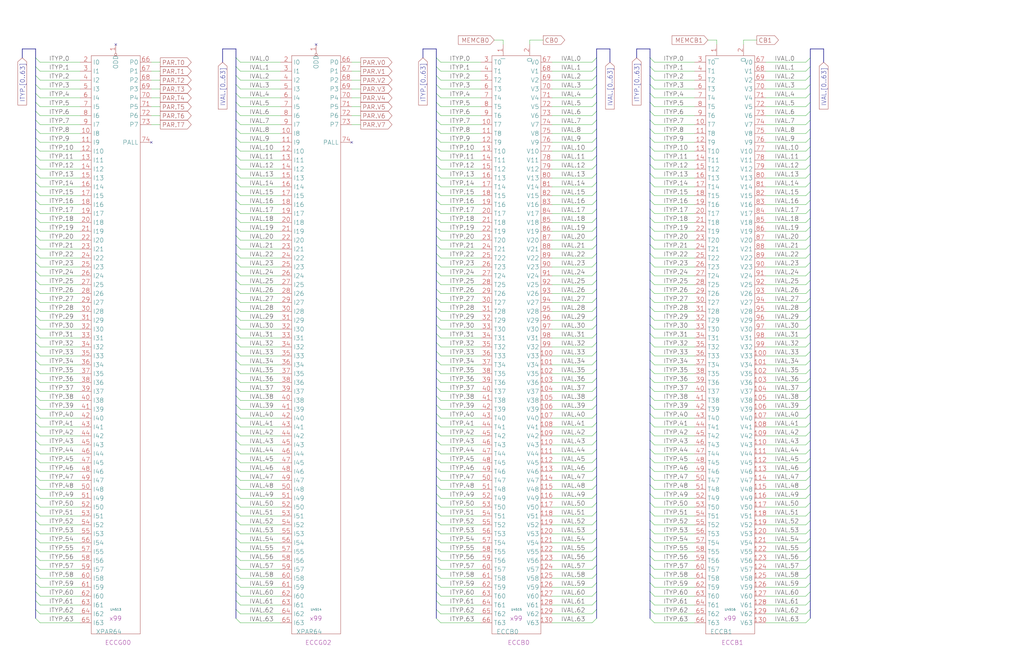
<source format=kicad_sch>
(kicad_sch (version 20220126) (generator eeschema)
  (paper "User" 584.2 378.46)
  (title_block (title "ERROR CHECKING & CORRECTION\\nCHECK BITS 0 & 1") (date "22-SEP-90") (rev "2.0") (comment 1 "IOC") (comment 2 "232-003061") (comment 3 "S400") (comment 4 "RELEASED"))
  (bus (pts (xy 12.7 27.94) (xy 12.7 33.02)))
  (bus (pts (xy 12.7 27.94) (xy 20.32 27.94)))
  (bus (pts (xy 127 27.94) (xy 134.62 27.94)))
  (bus (pts (xy 127 35.56) (xy 127 27.94)))
  (bus (pts (xy 134.62 104.14) (xy 134.62 109.22)))
  (bus (pts (xy 134.62 109.22) (xy 134.62 114.3)))
  (bus (pts (xy 134.62 114.3) (xy 134.62 119.38)))
  (bus (pts (xy 134.62 119.38) (xy 134.62 124.46)))
  (bus (pts (xy 134.62 124.46) (xy 134.62 129.54)))
  (bus (pts (xy 134.62 129.54) (xy 134.62 134.62)))
  (bus (pts (xy 134.62 134.62) (xy 134.62 139.7)))
  (bus (pts (xy 134.62 139.7) (xy 134.62 144.78)))
  (bus (pts (xy 134.62 144.78) (xy 134.62 149.86)))
  (bus (pts (xy 134.62 149.86) (xy 134.62 154.94)))
  (bus (pts (xy 134.62 154.94) (xy 134.62 160.02)))
  (bus (pts (xy 134.62 160.02) (xy 134.62 165.1)))
  (bus (pts (xy 134.62 165.1) (xy 134.62 170.18)))
  (bus (pts (xy 134.62 170.18) (xy 134.62 175.26)))
  (bus (pts (xy 134.62 175.26) (xy 134.62 180.34)))
  (bus (pts (xy 134.62 180.34) (xy 134.62 185.42)))
  (bus (pts (xy 134.62 185.42) (xy 134.62 190.5)))
  (bus (pts (xy 134.62 190.5) (xy 134.62 195.58)))
  (bus (pts (xy 134.62 195.58) (xy 134.62 200.66)))
  (bus (pts (xy 134.62 200.66) (xy 134.62 205.74)))
  (bus (pts (xy 134.62 205.74) (xy 134.62 210.82)))
  (bus (pts (xy 134.62 210.82) (xy 134.62 215.9)))
  (bus (pts (xy 134.62 215.9) (xy 134.62 220.98)))
  (bus (pts (xy 134.62 220.98) (xy 134.62 226.06)))
  (bus (pts (xy 134.62 226.06) (xy 134.62 231.14)))
  (bus (pts (xy 134.62 231.14) (xy 134.62 236.22)))
  (bus (pts (xy 134.62 236.22) (xy 134.62 241.3)))
  (bus (pts (xy 134.62 241.3) (xy 134.62 246.38)))
  (bus (pts (xy 134.62 246.38) (xy 134.62 251.46)))
  (bus (pts (xy 134.62 251.46) (xy 134.62 256.54)))
  (bus (pts (xy 134.62 256.54) (xy 134.62 261.62)))
  (bus (pts (xy 134.62 261.62) (xy 134.62 266.7)))
  (bus (pts (xy 134.62 266.7) (xy 134.62 271.78)))
  (bus (pts (xy 134.62 27.94) (xy 134.62 33.02)))
  (bus (pts (xy 134.62 271.78) (xy 134.62 276.86)))
  (bus (pts (xy 134.62 276.86) (xy 134.62 281.94)))
  (bus (pts (xy 134.62 281.94) (xy 134.62 287.02)))
  (bus (pts (xy 134.62 287.02) (xy 134.62 292.1)))
  (bus (pts (xy 134.62 292.1) (xy 134.62 297.18)))
  (bus (pts (xy 134.62 297.18) (xy 134.62 302.26)))
  (bus (pts (xy 134.62 302.26) (xy 134.62 307.34)))
  (bus (pts (xy 134.62 307.34) (xy 134.62 312.42)))
  (bus (pts (xy 134.62 312.42) (xy 134.62 317.5)))
  (bus (pts (xy 134.62 317.5) (xy 134.62 322.58)))
  (bus (pts (xy 134.62 322.58) (xy 134.62 327.66)))
  (bus (pts (xy 134.62 327.66) (xy 134.62 332.74)))
  (bus (pts (xy 134.62 33.02) (xy 134.62 38.1)))
  (bus (pts (xy 134.62 332.74) (xy 134.62 337.82)))
  (bus (pts (xy 134.62 337.82) (xy 134.62 342.9)))
  (bus (pts (xy 134.62 342.9) (xy 134.62 347.98)))
  (bus (pts (xy 134.62 347.98) (xy 134.62 353.06)))
  (bus (pts (xy 134.62 38.1) (xy 134.62 43.18)))
  (bus (pts (xy 134.62 43.18) (xy 134.62 48.26)))
  (bus (pts (xy 134.62 48.26) (xy 134.62 53.34)))
  (bus (pts (xy 134.62 53.34) (xy 134.62 58.42)))
  (bus (pts (xy 134.62 58.42) (xy 134.62 63.5)))
  (bus (pts (xy 134.62 63.5) (xy 134.62 68.58)))
  (bus (pts (xy 134.62 68.58) (xy 134.62 73.66)))
  (bus (pts (xy 134.62 73.66) (xy 134.62 78.74)))
  (bus (pts (xy 134.62 78.74) (xy 134.62 83.82)))
  (bus (pts (xy 134.62 83.82) (xy 134.62 88.9)))
  (bus (pts (xy 134.62 88.9) (xy 134.62 93.98)))
  (bus (pts (xy 134.62 93.98) (xy 134.62 99.06)))
  (bus (pts (xy 134.62 99.06) (xy 134.62 104.14)))
  (bus (pts (xy 20.32 104.14) (xy 20.32 109.22)))
  (bus (pts (xy 20.32 109.22) (xy 20.32 114.3)))
  (bus (pts (xy 20.32 114.3) (xy 20.32 119.38)))
  (bus (pts (xy 20.32 119.38) (xy 20.32 124.46)))
  (bus (pts (xy 20.32 124.46) (xy 20.32 129.54)))
  (bus (pts (xy 20.32 129.54) (xy 20.32 134.62)))
  (bus (pts (xy 20.32 134.62) (xy 20.32 139.7)))
  (bus (pts (xy 20.32 139.7) (xy 20.32 144.78)))
  (bus (pts (xy 20.32 144.78) (xy 20.32 149.86)))
  (bus (pts (xy 20.32 149.86) (xy 20.32 154.94)))
  (bus (pts (xy 20.32 154.94) (xy 20.32 160.02)))
  (bus (pts (xy 20.32 160.02) (xy 20.32 165.1)))
  (bus (pts (xy 20.32 165.1) (xy 20.32 170.18)))
  (bus (pts (xy 20.32 170.18) (xy 20.32 175.26)))
  (bus (pts (xy 20.32 175.26) (xy 20.32 180.34)))
  (bus (pts (xy 20.32 180.34) (xy 20.32 185.42)))
  (bus (pts (xy 20.32 185.42) (xy 20.32 190.5)))
  (bus (pts (xy 20.32 190.5) (xy 20.32 195.58)))
  (bus (pts (xy 20.32 195.58) (xy 20.32 200.66)))
  (bus (pts (xy 20.32 200.66) (xy 20.32 205.74)))
  (bus (pts (xy 20.32 205.74) (xy 20.32 210.82)))
  (bus (pts (xy 20.32 210.82) (xy 20.32 215.9)))
  (bus (pts (xy 20.32 215.9) (xy 20.32 220.98)))
  (bus (pts (xy 20.32 220.98) (xy 20.32 226.06)))
  (bus (pts (xy 20.32 226.06) (xy 20.32 231.14)))
  (bus (pts (xy 20.32 231.14) (xy 20.32 236.22)))
  (bus (pts (xy 20.32 236.22) (xy 20.32 241.3)))
  (bus (pts (xy 20.32 241.3) (xy 20.32 246.38)))
  (bus (pts (xy 20.32 246.38) (xy 20.32 251.46)))
  (bus (pts (xy 20.32 251.46) (xy 20.32 256.54)))
  (bus (pts (xy 20.32 256.54) (xy 20.32 261.62)))
  (bus (pts (xy 20.32 261.62) (xy 20.32 266.7)))
  (bus (pts (xy 20.32 266.7) (xy 20.32 271.78)))
  (bus (pts (xy 20.32 27.94) (xy 20.32 33.02)))
  (bus (pts (xy 20.32 271.78) (xy 20.32 276.86)))
  (bus (pts (xy 20.32 276.86) (xy 20.32 281.94)))
  (bus (pts (xy 20.32 281.94) (xy 20.32 287.02)))
  (bus (pts (xy 20.32 287.02) (xy 20.32 292.1)))
  (bus (pts (xy 20.32 292.1) (xy 20.32 297.18)))
  (bus (pts (xy 20.32 297.18) (xy 20.32 302.26)))
  (bus (pts (xy 20.32 302.26) (xy 20.32 307.34)))
  (bus (pts (xy 20.32 307.34) (xy 20.32 312.42)))
  (bus (pts (xy 20.32 312.42) (xy 20.32 317.5)))
  (bus (pts (xy 20.32 317.5) (xy 20.32 322.58)))
  (bus (pts (xy 20.32 322.58) (xy 20.32 327.66)))
  (bus (pts (xy 20.32 327.66) (xy 20.32 332.74)))
  (bus (pts (xy 20.32 33.02) (xy 20.32 38.1)))
  (bus (pts (xy 20.32 332.74) (xy 20.32 337.82)))
  (bus (pts (xy 20.32 337.82) (xy 20.32 342.9)))
  (bus (pts (xy 20.32 342.9) (xy 20.32 347.98)))
  (bus (pts (xy 20.32 347.98) (xy 20.32 353.06)))
  (bus (pts (xy 20.32 38.1) (xy 20.32 43.18)))
  (bus (pts (xy 20.32 43.18) (xy 20.32 48.26)))
  (bus (pts (xy 20.32 48.26) (xy 20.32 53.34)))
  (bus (pts (xy 20.32 53.34) (xy 20.32 58.42)))
  (bus (pts (xy 20.32 58.42) (xy 20.32 63.5)))
  (bus (pts (xy 20.32 63.5) (xy 20.32 68.58)))
  (bus (pts (xy 20.32 68.58) (xy 20.32 73.66)))
  (bus (pts (xy 20.32 73.66) (xy 20.32 78.74)))
  (bus (pts (xy 20.32 78.74) (xy 20.32 83.82)))
  (bus (pts (xy 20.32 83.82) (xy 20.32 88.9)))
  (bus (pts (xy 20.32 88.9) (xy 20.32 93.98)))
  (bus (pts (xy 20.32 93.98) (xy 20.32 99.06)))
  (bus (pts (xy 20.32 99.06) (xy 20.32 104.14)))
  (bus (pts (xy 241.3 27.94) (xy 241.3 33.02)))
  (bus (pts (xy 241.3 27.94) (xy 248.92 27.94)))
  (bus (pts (xy 248.92 104.14) (xy 248.92 109.22)))
  (bus (pts (xy 248.92 109.22) (xy 248.92 114.3)))
  (bus (pts (xy 248.92 114.3) (xy 248.92 119.38)))
  (bus (pts (xy 248.92 119.38) (xy 248.92 124.46)))
  (bus (pts (xy 248.92 124.46) (xy 248.92 129.54)))
  (bus (pts (xy 248.92 129.54) (xy 248.92 134.62)))
  (bus (pts (xy 248.92 134.62) (xy 248.92 139.7)))
  (bus (pts (xy 248.92 139.7) (xy 248.92 144.78)))
  (bus (pts (xy 248.92 144.78) (xy 248.92 149.86)))
  (bus (pts (xy 248.92 149.86) (xy 248.92 154.94)))
  (bus (pts (xy 248.92 154.94) (xy 248.92 160.02)))
  (bus (pts (xy 248.92 160.02) (xy 248.92 165.1)))
  (bus (pts (xy 248.92 165.1) (xy 248.92 170.18)))
  (bus (pts (xy 248.92 170.18) (xy 248.92 175.26)))
  (bus (pts (xy 248.92 175.26) (xy 248.92 180.34)))
  (bus (pts (xy 248.92 180.34) (xy 248.92 185.42)))
  (bus (pts (xy 248.92 185.42) (xy 248.92 190.5)))
  (bus (pts (xy 248.92 190.5) (xy 248.92 195.58)))
  (bus (pts (xy 248.92 195.58) (xy 248.92 200.66)))
  (bus (pts (xy 248.92 200.66) (xy 248.92 205.74)))
  (bus (pts (xy 248.92 205.74) (xy 248.92 210.82)))
  (bus (pts (xy 248.92 210.82) (xy 248.92 215.9)))
  (bus (pts (xy 248.92 215.9) (xy 248.92 220.98)))
  (bus (pts (xy 248.92 220.98) (xy 248.92 226.06)))
  (bus (pts (xy 248.92 226.06) (xy 248.92 231.14)))
  (bus (pts (xy 248.92 231.14) (xy 248.92 236.22)))
  (bus (pts (xy 248.92 236.22) (xy 248.92 241.3)))
  (bus (pts (xy 248.92 241.3) (xy 248.92 246.38)))
  (bus (pts (xy 248.92 246.38) (xy 248.92 251.46)))
  (bus (pts (xy 248.92 251.46) (xy 248.92 256.54)))
  (bus (pts (xy 248.92 256.54) (xy 248.92 261.62)))
  (bus (pts (xy 248.92 261.62) (xy 248.92 266.7)))
  (bus (pts (xy 248.92 266.7) (xy 248.92 271.78)))
  (bus (pts (xy 248.92 27.94) (xy 248.92 33.02)))
  (bus (pts (xy 248.92 271.78) (xy 248.92 276.86)))
  (bus (pts (xy 248.92 276.86) (xy 248.92 281.94)))
  (bus (pts (xy 248.92 281.94) (xy 248.92 287.02)))
  (bus (pts (xy 248.92 287.02) (xy 248.92 292.1)))
  (bus (pts (xy 248.92 292.1) (xy 248.92 297.18)))
  (bus (pts (xy 248.92 297.18) (xy 248.92 302.26)))
  (bus (pts (xy 248.92 302.26) (xy 248.92 307.34)))
  (bus (pts (xy 248.92 307.34) (xy 248.92 312.42)))
  (bus (pts (xy 248.92 312.42) (xy 248.92 317.5)))
  (bus (pts (xy 248.92 317.5) (xy 248.92 322.58)))
  (bus (pts (xy 248.92 322.58) (xy 248.92 327.66)))
  (bus (pts (xy 248.92 327.66) (xy 248.92 332.74)))
  (bus (pts (xy 248.92 33.02) (xy 248.92 38.1)))
  (bus (pts (xy 248.92 332.74) (xy 248.92 337.82)))
  (bus (pts (xy 248.92 337.82) (xy 248.92 342.9)))
  (bus (pts (xy 248.92 342.9) (xy 248.92 347.98)))
  (bus (pts (xy 248.92 347.98) (xy 248.92 353.06)))
  (bus (pts (xy 248.92 38.1) (xy 248.92 43.18)))
  (bus (pts (xy 248.92 43.18) (xy 248.92 48.26)))
  (bus (pts (xy 248.92 48.26) (xy 248.92 53.34)))
  (bus (pts (xy 248.92 53.34) (xy 248.92 58.42)))
  (bus (pts (xy 248.92 58.42) (xy 248.92 63.5)))
  (bus (pts (xy 248.92 63.5) (xy 248.92 68.58)))
  (bus (pts (xy 248.92 68.58) (xy 248.92 73.66)))
  (bus (pts (xy 248.92 73.66) (xy 248.92 78.74)))
  (bus (pts (xy 248.92 78.74) (xy 248.92 83.82)))
  (bus (pts (xy 248.92 83.82) (xy 248.92 88.9)))
  (bus (pts (xy 248.92 88.9) (xy 248.92 93.98)))
  (bus (pts (xy 248.92 93.98) (xy 248.92 99.06)))
  (bus (pts (xy 248.92 99.06) (xy 248.92 104.14)))
  (bus (pts (xy 340.36 104.14) (xy 340.36 109.22)))
  (bus (pts (xy 340.36 109.22) (xy 340.36 114.3)))
  (bus (pts (xy 340.36 114.3) (xy 340.36 119.38)))
  (bus (pts (xy 340.36 119.38) (xy 340.36 124.46)))
  (bus (pts (xy 340.36 124.46) (xy 340.36 129.54)))
  (bus (pts (xy 340.36 129.54) (xy 340.36 134.62)))
  (bus (pts (xy 340.36 134.62) (xy 340.36 139.7)))
  (bus (pts (xy 340.36 139.7) (xy 340.36 144.78)))
  (bus (pts (xy 340.36 144.78) (xy 340.36 149.86)))
  (bus (pts (xy 340.36 149.86) (xy 340.36 154.94)))
  (bus (pts (xy 340.36 154.94) (xy 340.36 160.02)))
  (bus (pts (xy 340.36 160.02) (xy 340.36 165.1)))
  (bus (pts (xy 340.36 165.1) (xy 340.36 170.18)))
  (bus (pts (xy 340.36 170.18) (xy 340.36 175.26)))
  (bus (pts (xy 340.36 175.26) (xy 340.36 180.34)))
  (bus (pts (xy 340.36 180.34) (xy 340.36 185.42)))
  (bus (pts (xy 340.36 185.42) (xy 340.36 190.5)))
  (bus (pts (xy 340.36 190.5) (xy 340.36 195.58)))
  (bus (pts (xy 340.36 195.58) (xy 340.36 200.66)))
  (bus (pts (xy 340.36 200.66) (xy 340.36 205.74)))
  (bus (pts (xy 340.36 205.74) (xy 340.36 210.82)))
  (bus (pts (xy 340.36 210.82) (xy 340.36 215.9)))
  (bus (pts (xy 340.36 215.9) (xy 340.36 220.98)))
  (bus (pts (xy 340.36 220.98) (xy 340.36 226.06)))
  (bus (pts (xy 340.36 226.06) (xy 340.36 231.14)))
  (bus (pts (xy 340.36 231.14) (xy 340.36 236.22)))
  (bus (pts (xy 340.36 236.22) (xy 340.36 241.3)))
  (bus (pts (xy 340.36 241.3) (xy 340.36 246.38)))
  (bus (pts (xy 340.36 246.38) (xy 340.36 251.46)))
  (bus (pts (xy 340.36 251.46) (xy 340.36 256.54)))
  (bus (pts (xy 340.36 256.54) (xy 340.36 261.62)))
  (bus (pts (xy 340.36 261.62) (xy 340.36 266.7)))
  (bus (pts (xy 340.36 266.7) (xy 340.36 271.78)))
  (bus (pts (xy 340.36 27.94) (xy 340.36 33.02)))
  (bus (pts (xy 340.36 271.78) (xy 340.36 276.86)))
  (bus (pts (xy 340.36 276.86) (xy 340.36 281.94)))
  (bus (pts (xy 340.36 281.94) (xy 340.36 287.02)))
  (bus (pts (xy 340.36 287.02) (xy 340.36 292.1)))
  (bus (pts (xy 340.36 292.1) (xy 340.36 297.18)))
  (bus (pts (xy 340.36 297.18) (xy 340.36 302.26)))
  (bus (pts (xy 340.36 302.26) (xy 340.36 307.34)))
  (bus (pts (xy 340.36 307.34) (xy 340.36 312.42)))
  (bus (pts (xy 340.36 312.42) (xy 340.36 317.5)))
  (bus (pts (xy 340.36 317.5) (xy 340.36 322.58)))
  (bus (pts (xy 340.36 322.58) (xy 340.36 327.66)))
  (bus (pts (xy 340.36 327.66) (xy 340.36 332.74)))
  (bus (pts (xy 340.36 33.02) (xy 340.36 38.1)))
  (bus (pts (xy 340.36 332.74) (xy 340.36 337.82)))
  (bus (pts (xy 340.36 337.82) (xy 340.36 342.9)))
  (bus (pts (xy 340.36 342.9) (xy 340.36 347.98)))
  (bus (pts (xy 340.36 347.98) (xy 340.36 353.06)))
  (bus (pts (xy 340.36 38.1) (xy 340.36 43.18)))
  (bus (pts (xy 340.36 43.18) (xy 340.36 48.26)))
  (bus (pts (xy 340.36 48.26) (xy 340.36 53.34)))
  (bus (pts (xy 340.36 53.34) (xy 340.36 58.42)))
  (bus (pts (xy 340.36 58.42) (xy 340.36 63.5)))
  (bus (pts (xy 340.36 63.5) (xy 340.36 68.58)))
  (bus (pts (xy 340.36 68.58) (xy 340.36 73.66)))
  (bus (pts (xy 340.36 73.66) (xy 340.36 78.74)))
  (bus (pts (xy 340.36 78.74) (xy 340.36 83.82)))
  (bus (pts (xy 340.36 83.82) (xy 340.36 88.9)))
  (bus (pts (xy 340.36 88.9) (xy 340.36 93.98)))
  (bus (pts (xy 340.36 93.98) (xy 340.36 99.06)))
  (bus (pts (xy 340.36 99.06) (xy 340.36 104.14)))
  (bus (pts (xy 347.98 27.94) (xy 340.36 27.94)))
  (bus (pts (xy 347.98 35.56) (xy 347.98 27.94)))
  (bus (pts (xy 363.22 27.94) (xy 363.22 33.02)))
  (bus (pts (xy 363.22 27.94) (xy 370.84 27.94)))
  (bus (pts (xy 370.84 104.14) (xy 370.84 109.22)))
  (bus (pts (xy 370.84 109.22) (xy 370.84 114.3)))
  (bus (pts (xy 370.84 114.3) (xy 370.84 119.38)))
  (bus (pts (xy 370.84 119.38) (xy 370.84 124.46)))
  (bus (pts (xy 370.84 124.46) (xy 370.84 129.54)))
  (bus (pts (xy 370.84 129.54) (xy 370.84 134.62)))
  (bus (pts (xy 370.84 134.62) (xy 370.84 139.7)))
  (bus (pts (xy 370.84 139.7) (xy 370.84 144.78)))
  (bus (pts (xy 370.84 144.78) (xy 370.84 149.86)))
  (bus (pts (xy 370.84 149.86) (xy 370.84 154.94)))
  (bus (pts (xy 370.84 154.94) (xy 370.84 160.02)))
  (bus (pts (xy 370.84 160.02) (xy 370.84 165.1)))
  (bus (pts (xy 370.84 165.1) (xy 370.84 170.18)))
  (bus (pts (xy 370.84 170.18) (xy 370.84 175.26)))
  (bus (pts (xy 370.84 175.26) (xy 370.84 180.34)))
  (bus (pts (xy 370.84 180.34) (xy 370.84 185.42)))
  (bus (pts (xy 370.84 185.42) (xy 370.84 190.5)))
  (bus (pts (xy 370.84 190.5) (xy 370.84 195.58)))
  (bus (pts (xy 370.84 195.58) (xy 370.84 200.66)))
  (bus (pts (xy 370.84 200.66) (xy 370.84 205.74)))
  (bus (pts (xy 370.84 205.74) (xy 370.84 210.82)))
  (bus (pts (xy 370.84 210.82) (xy 370.84 215.9)))
  (bus (pts (xy 370.84 215.9) (xy 370.84 220.98)))
  (bus (pts (xy 370.84 220.98) (xy 370.84 226.06)))
  (bus (pts (xy 370.84 226.06) (xy 370.84 231.14)))
  (bus (pts (xy 370.84 231.14) (xy 370.84 236.22)))
  (bus (pts (xy 370.84 236.22) (xy 370.84 241.3)))
  (bus (pts (xy 370.84 241.3) (xy 370.84 246.38)))
  (bus (pts (xy 370.84 246.38) (xy 370.84 251.46)))
  (bus (pts (xy 370.84 251.46) (xy 370.84 256.54)))
  (bus (pts (xy 370.84 256.54) (xy 370.84 261.62)))
  (bus (pts (xy 370.84 261.62) (xy 370.84 266.7)))
  (bus (pts (xy 370.84 266.7) (xy 370.84 271.78)))
  (bus (pts (xy 370.84 27.94) (xy 370.84 33.02)))
  (bus (pts (xy 370.84 271.78) (xy 370.84 276.86)))
  (bus (pts (xy 370.84 276.86) (xy 370.84 281.94)))
  (bus (pts (xy 370.84 281.94) (xy 370.84 287.02)))
  (bus (pts (xy 370.84 287.02) (xy 370.84 292.1)))
  (bus (pts (xy 370.84 292.1) (xy 370.84 297.18)))
  (bus (pts (xy 370.84 297.18) (xy 370.84 302.26)))
  (bus (pts (xy 370.84 302.26) (xy 370.84 307.34)))
  (bus (pts (xy 370.84 307.34) (xy 370.84 312.42)))
  (bus (pts (xy 370.84 312.42) (xy 370.84 317.5)))
  (bus (pts (xy 370.84 317.5) (xy 370.84 322.58)))
  (bus (pts (xy 370.84 322.58) (xy 370.84 327.66)))
  (bus (pts (xy 370.84 327.66) (xy 370.84 332.74)))
  (bus (pts (xy 370.84 33.02) (xy 370.84 38.1)))
  (bus (pts (xy 370.84 332.74) (xy 370.84 337.82)))
  (bus (pts (xy 370.84 337.82) (xy 370.84 342.9)))
  (bus (pts (xy 370.84 342.9) (xy 370.84 347.98)))
  (bus (pts (xy 370.84 347.98) (xy 370.84 353.06)))
  (bus (pts (xy 370.84 38.1) (xy 370.84 43.18)))
  (bus (pts (xy 370.84 43.18) (xy 370.84 48.26)))
  (bus (pts (xy 370.84 48.26) (xy 370.84 53.34)))
  (bus (pts (xy 370.84 53.34) (xy 370.84 58.42)))
  (bus (pts (xy 370.84 58.42) (xy 370.84 63.5)))
  (bus (pts (xy 370.84 63.5) (xy 370.84 68.58)))
  (bus (pts (xy 370.84 68.58) (xy 370.84 73.66)))
  (bus (pts (xy 370.84 73.66) (xy 370.84 78.74)))
  (bus (pts (xy 370.84 78.74) (xy 370.84 83.82)))
  (bus (pts (xy 370.84 83.82) (xy 370.84 88.9)))
  (bus (pts (xy 370.84 88.9) (xy 370.84 93.98)))
  (bus (pts (xy 370.84 93.98) (xy 370.84 99.06)))
  (bus (pts (xy 370.84 99.06) (xy 370.84 104.14)))
  (bus (pts (xy 462.28 104.14) (xy 462.28 109.22)))
  (bus (pts (xy 462.28 109.22) (xy 462.28 114.3)))
  (bus (pts (xy 462.28 114.3) (xy 462.28 119.38)))
  (bus (pts (xy 462.28 119.38) (xy 462.28 124.46)))
  (bus (pts (xy 462.28 124.46) (xy 462.28 129.54)))
  (bus (pts (xy 462.28 129.54) (xy 462.28 134.62)))
  (bus (pts (xy 462.28 134.62) (xy 462.28 139.7)))
  (bus (pts (xy 462.28 139.7) (xy 462.28 144.78)))
  (bus (pts (xy 462.28 144.78) (xy 462.28 149.86)))
  (bus (pts (xy 462.28 149.86) (xy 462.28 154.94)))
  (bus (pts (xy 462.28 154.94) (xy 462.28 160.02)))
  (bus (pts (xy 462.28 160.02) (xy 462.28 165.1)))
  (bus (pts (xy 462.28 165.1) (xy 462.28 170.18)))
  (bus (pts (xy 462.28 170.18) (xy 462.28 175.26)))
  (bus (pts (xy 462.28 175.26) (xy 462.28 180.34)))
  (bus (pts (xy 462.28 180.34) (xy 462.28 185.42)))
  (bus (pts (xy 462.28 185.42) (xy 462.28 190.5)))
  (bus (pts (xy 462.28 190.5) (xy 462.28 195.58)))
  (bus (pts (xy 462.28 195.58) (xy 462.28 200.66)))
  (bus (pts (xy 462.28 200.66) (xy 462.28 205.74)))
  (bus (pts (xy 462.28 205.74) (xy 462.28 210.82)))
  (bus (pts (xy 462.28 210.82) (xy 462.28 215.9)))
  (bus (pts (xy 462.28 215.9) (xy 462.28 220.98)))
  (bus (pts (xy 462.28 220.98) (xy 462.28 226.06)))
  (bus (pts (xy 462.28 226.06) (xy 462.28 231.14)))
  (bus (pts (xy 462.28 231.14) (xy 462.28 236.22)))
  (bus (pts (xy 462.28 236.22) (xy 462.28 241.3)))
  (bus (pts (xy 462.28 241.3) (xy 462.28 246.38)))
  (bus (pts (xy 462.28 246.38) (xy 462.28 251.46)))
  (bus (pts (xy 462.28 251.46) (xy 462.28 256.54)))
  (bus (pts (xy 462.28 256.54) (xy 462.28 261.62)))
  (bus (pts (xy 462.28 261.62) (xy 462.28 266.7)))
  (bus (pts (xy 462.28 266.7) (xy 462.28 271.78)))
  (bus (pts (xy 462.28 27.94) (xy 462.28 33.02)))
  (bus (pts (xy 462.28 271.78) (xy 462.28 276.86)))
  (bus (pts (xy 462.28 276.86) (xy 462.28 281.94)))
  (bus (pts (xy 462.28 281.94) (xy 462.28 287.02)))
  (bus (pts (xy 462.28 287.02) (xy 462.28 292.1)))
  (bus (pts (xy 462.28 292.1) (xy 462.28 297.18)))
  (bus (pts (xy 462.28 297.18) (xy 462.28 302.26)))
  (bus (pts (xy 462.28 302.26) (xy 462.28 307.34)))
  (bus (pts (xy 462.28 307.34) (xy 462.28 312.42)))
  (bus (pts (xy 462.28 312.42) (xy 462.28 317.5)))
  (bus (pts (xy 462.28 317.5) (xy 462.28 322.58)))
  (bus (pts (xy 462.28 322.58) (xy 462.28 327.66)))
  (bus (pts (xy 462.28 327.66) (xy 462.28 332.74)))
  (bus (pts (xy 462.28 33.02) (xy 462.28 38.1)))
  (bus (pts (xy 462.28 332.74) (xy 462.28 337.82)))
  (bus (pts (xy 462.28 337.82) (xy 462.28 342.9)))
  (bus (pts (xy 462.28 342.9) (xy 462.28 347.98)))
  (bus (pts (xy 462.28 347.98) (xy 462.28 353.06)))
  (bus (pts (xy 462.28 38.1) (xy 462.28 43.18)))
  (bus (pts (xy 462.28 43.18) (xy 462.28 48.26)))
  (bus (pts (xy 462.28 48.26) (xy 462.28 53.34)))
  (bus (pts (xy 462.28 53.34) (xy 462.28 58.42)))
  (bus (pts (xy 462.28 58.42) (xy 462.28 63.5)))
  (bus (pts (xy 462.28 63.5) (xy 462.28 68.58)))
  (bus (pts (xy 462.28 68.58) (xy 462.28 73.66)))
  (bus (pts (xy 462.28 73.66) (xy 462.28 78.74)))
  (bus (pts (xy 462.28 78.74) (xy 462.28 83.82)))
  (bus (pts (xy 462.28 83.82) (xy 462.28 88.9)))
  (bus (pts (xy 462.28 88.9) (xy 462.28 93.98)))
  (bus (pts (xy 462.28 93.98) (xy 462.28 99.06)))
  (bus (pts (xy 462.28 99.06) (xy 462.28 104.14)))
  (bus (pts (xy 469.9 27.94) (xy 462.28 27.94)))
  (bus (pts (xy 469.9 35.56) (xy 469.9 27.94)))
  (wire (pts (xy 137.16 101.6) (xy 160.02 101.6)))
  (wire (pts (xy 137.16 106.68) (xy 160.02 106.68)))
  (wire (pts (xy 137.16 111.76) (xy 160.02 111.76)))
  (wire (pts (xy 137.16 116.84) (xy 160.02 116.84)))
  (wire (pts (xy 137.16 121.92) (xy 160.02 121.92)))
  (wire (pts (xy 137.16 127) (xy 160.02 127)))
  (wire (pts (xy 137.16 132.08) (xy 160.02 132.08)))
  (wire (pts (xy 137.16 137.16) (xy 160.02 137.16)))
  (wire (pts (xy 137.16 142.24) (xy 160.02 142.24)))
  (wire (pts (xy 137.16 147.32) (xy 160.02 147.32)))
  (wire (pts (xy 137.16 152.4) (xy 160.02 152.4)))
  (wire (pts (xy 137.16 157.48) (xy 160.02 157.48)))
  (wire (pts (xy 137.16 162.56) (xy 160.02 162.56)))
  (wire (pts (xy 137.16 167.64) (xy 160.02 167.64)))
  (wire (pts (xy 137.16 172.72) (xy 160.02 172.72)))
  (wire (pts (xy 137.16 177.8) (xy 160.02 177.8)))
  (wire (pts (xy 137.16 182.88) (xy 160.02 182.88)))
  (wire (pts (xy 137.16 187.96) (xy 160.02 187.96)))
  (wire (pts (xy 137.16 193.04) (xy 160.02 193.04)))
  (wire (pts (xy 137.16 198.12) (xy 160.02 198.12)))
  (wire (pts (xy 137.16 203.2) (xy 160.02 203.2)))
  (wire (pts (xy 137.16 208.28) (xy 160.02 208.28)))
  (wire (pts (xy 137.16 213.36) (xy 160.02 213.36)))
  (wire (pts (xy 137.16 218.44) (xy 160.02 218.44)))
  (wire (pts (xy 137.16 223.52) (xy 160.02 223.52)))
  (wire (pts (xy 137.16 228.6) (xy 160.02 228.6)))
  (wire (pts (xy 137.16 233.68) (xy 160.02 233.68)))
  (wire (pts (xy 137.16 238.76) (xy 160.02 238.76)))
  (wire (pts (xy 137.16 243.84) (xy 160.02 243.84)))
  (wire (pts (xy 137.16 248.92) (xy 160.02 248.92)))
  (wire (pts (xy 137.16 254) (xy 160.02 254)))
  (wire (pts (xy 137.16 259.08) (xy 160.02 259.08)))
  (wire (pts (xy 137.16 264.16) (xy 160.02 264.16)))
  (wire (pts (xy 137.16 269.24) (xy 160.02 269.24)))
  (wire (pts (xy 137.16 274.32) (xy 160.02 274.32)))
  (wire (pts (xy 137.16 279.4) (xy 160.02 279.4)))
  (wire (pts (xy 137.16 284.48) (xy 160.02 284.48)))
  (wire (pts (xy 137.16 289.56) (xy 160.02 289.56)))
  (wire (pts (xy 137.16 294.64) (xy 160.02 294.64)))
  (wire (pts (xy 137.16 299.72) (xy 160.02 299.72)))
  (wire (pts (xy 137.16 304.8) (xy 160.02 304.8)))
  (wire (pts (xy 137.16 309.88) (xy 160.02 309.88)))
  (wire (pts (xy 137.16 314.96) (xy 160.02 314.96)))
  (wire (pts (xy 137.16 320.04) (xy 160.02 320.04)))
  (wire (pts (xy 137.16 325.12) (xy 160.02 325.12)))
  (wire (pts (xy 137.16 330.2) (xy 160.02 330.2)))
  (wire (pts (xy 137.16 335.28) (xy 160.02 335.28)))
  (wire (pts (xy 137.16 340.36) (xy 160.02 340.36)))
  (wire (pts (xy 137.16 345.44) (xy 160.02 345.44)))
  (wire (pts (xy 137.16 35.56) (xy 160.02 35.56)))
  (wire (pts (xy 137.16 350.52) (xy 160.02 350.52)))
  (wire (pts (xy 137.16 355.6) (xy 160.02 355.6)))
  (wire (pts (xy 137.16 40.64) (xy 160.02 40.64)))
  (wire (pts (xy 137.16 45.72) (xy 160.02 45.72)))
  (wire (pts (xy 137.16 50.8) (xy 160.02 50.8)))
  (wire (pts (xy 137.16 55.88) (xy 160.02 55.88)))
  (wire (pts (xy 137.16 60.96) (xy 160.02 60.96)))
  (wire (pts (xy 137.16 66.04) (xy 160.02 66.04)))
  (wire (pts (xy 137.16 71.12) (xy 160.02 71.12)))
  (wire (pts (xy 137.16 76.2) (xy 160.02 76.2)))
  (wire (pts (xy 137.16 81.28) (xy 160.02 81.28)))
  (wire (pts (xy 137.16 86.36) (xy 160.02 86.36)))
  (wire (pts (xy 137.16 91.44) (xy 160.02 91.44)))
  (wire (pts (xy 137.16 96.52) (xy 160.02 96.52)))
  (wire (pts (xy 200.66 35.56) (xy 205.74 35.56)))
  (wire (pts (xy 200.66 40.64) (xy 205.74 40.64)))
  (wire (pts (xy 200.66 45.72) (xy 205.74 45.72)))
  (wire (pts (xy 200.66 50.8) (xy 205.74 50.8)))
  (wire (pts (xy 200.66 55.88) (xy 205.74 55.88)))
  (wire (pts (xy 200.66 60.96) (xy 205.74 60.96)))
  (wire (pts (xy 200.66 66.04) (xy 205.74 66.04)))
  (wire (pts (xy 200.66 71.12) (xy 205.74 71.12)))
  (wire (pts (xy 22.86 101.6) (xy 45.72 101.6)))
  (wire (pts (xy 22.86 106.68) (xy 45.72 106.68)))
  (wire (pts (xy 22.86 111.76) (xy 45.72 111.76)))
  (wire (pts (xy 22.86 116.84) (xy 45.72 116.84)))
  (wire (pts (xy 22.86 121.92) (xy 45.72 121.92)))
  (wire (pts (xy 22.86 127) (xy 45.72 127)))
  (wire (pts (xy 22.86 132.08) (xy 45.72 132.08)))
  (wire (pts (xy 22.86 137.16) (xy 45.72 137.16)))
  (wire (pts (xy 22.86 142.24) (xy 45.72 142.24)))
  (wire (pts (xy 22.86 147.32) (xy 45.72 147.32)))
  (wire (pts (xy 22.86 152.4) (xy 45.72 152.4)))
  (wire (pts (xy 22.86 157.48) (xy 45.72 157.48)))
  (wire (pts (xy 22.86 162.56) (xy 45.72 162.56)))
  (wire (pts (xy 22.86 167.64) (xy 45.72 167.64)))
  (wire (pts (xy 22.86 172.72) (xy 45.72 172.72)))
  (wire (pts (xy 22.86 177.8) (xy 45.72 177.8)))
  (wire (pts (xy 22.86 182.88) (xy 45.72 182.88)))
  (wire (pts (xy 22.86 187.96) (xy 45.72 187.96)))
  (wire (pts (xy 22.86 193.04) (xy 45.72 193.04)))
  (wire (pts (xy 22.86 198.12) (xy 45.72 198.12)))
  (wire (pts (xy 22.86 203.2) (xy 45.72 203.2)))
  (wire (pts (xy 22.86 208.28) (xy 45.72 208.28)))
  (wire (pts (xy 22.86 213.36) (xy 45.72 213.36)))
  (wire (pts (xy 22.86 218.44) (xy 45.72 218.44)))
  (wire (pts (xy 22.86 223.52) (xy 45.72 223.52)))
  (wire (pts (xy 22.86 228.6) (xy 45.72 228.6)))
  (wire (pts (xy 22.86 233.68) (xy 45.72 233.68)))
  (wire (pts (xy 22.86 238.76) (xy 45.72 238.76)))
  (wire (pts (xy 22.86 243.84) (xy 45.72 243.84)))
  (wire (pts (xy 22.86 248.92) (xy 45.72 248.92)))
  (wire (pts (xy 22.86 254) (xy 45.72 254)))
  (wire (pts (xy 22.86 259.08) (xy 45.72 259.08)))
  (wire (pts (xy 22.86 264.16) (xy 45.72 264.16)))
  (wire (pts (xy 22.86 269.24) (xy 45.72 269.24)))
  (wire (pts (xy 22.86 274.32) (xy 45.72 274.32)))
  (wire (pts (xy 22.86 279.4) (xy 45.72 279.4)))
  (wire (pts (xy 22.86 284.48) (xy 45.72 284.48)))
  (wire (pts (xy 22.86 289.56) (xy 45.72 289.56)))
  (wire (pts (xy 22.86 294.64) (xy 45.72 294.64)))
  (wire (pts (xy 22.86 299.72) (xy 45.72 299.72)))
  (wire (pts (xy 22.86 304.8) (xy 45.72 304.8)))
  (wire (pts (xy 22.86 309.88) (xy 45.72 309.88)))
  (wire (pts (xy 22.86 314.96) (xy 45.72 314.96)))
  (wire (pts (xy 22.86 320.04) (xy 45.72 320.04)))
  (wire (pts (xy 22.86 325.12) (xy 45.72 325.12)))
  (wire (pts (xy 22.86 330.2) (xy 45.72 330.2)))
  (wire (pts (xy 22.86 335.28) (xy 45.72 335.28)))
  (wire (pts (xy 22.86 340.36) (xy 45.72 340.36)))
  (wire (pts (xy 22.86 345.44) (xy 45.72 345.44)))
  (wire (pts (xy 22.86 35.56) (xy 45.72 35.56)))
  (wire (pts (xy 22.86 350.52) (xy 45.72 350.52)))
  (wire (pts (xy 22.86 355.6) (xy 45.72 355.6)))
  (wire (pts (xy 22.86 40.64) (xy 45.72 40.64)))
  (wire (pts (xy 22.86 45.72) (xy 45.72 45.72)))
  (wire (pts (xy 22.86 50.8) (xy 45.72 50.8)))
  (wire (pts (xy 22.86 55.88) (xy 45.72 55.88)))
  (wire (pts (xy 22.86 60.96) (xy 45.72 60.96)))
  (wire (pts (xy 22.86 66.04) (xy 45.72 66.04)))
  (wire (pts (xy 22.86 71.12) (xy 45.72 71.12)))
  (wire (pts (xy 22.86 76.2) (xy 45.72 76.2)))
  (wire (pts (xy 22.86 81.28) (xy 45.72 81.28)))
  (wire (pts (xy 22.86 86.36) (xy 45.72 86.36)))
  (wire (pts (xy 22.86 91.44) (xy 45.72 91.44)))
  (wire (pts (xy 22.86 96.52) (xy 45.72 96.52)))
  (wire (pts (xy 251.46 101.6) (xy 274.32 101.6)))
  (wire (pts (xy 251.46 106.68) (xy 274.32 106.68)))
  (wire (pts (xy 251.46 111.76) (xy 274.32 111.76)))
  (wire (pts (xy 251.46 116.84) (xy 274.32 116.84)))
  (wire (pts (xy 251.46 121.92) (xy 274.32 121.92)))
  (wire (pts (xy 251.46 127) (xy 274.32 127)))
  (wire (pts (xy 251.46 132.08) (xy 274.32 132.08)))
  (wire (pts (xy 251.46 137.16) (xy 274.32 137.16)))
  (wire (pts (xy 251.46 142.24) (xy 274.32 142.24)))
  (wire (pts (xy 251.46 147.32) (xy 274.32 147.32)))
  (wire (pts (xy 251.46 152.4) (xy 274.32 152.4)))
  (wire (pts (xy 251.46 157.48) (xy 274.32 157.48)))
  (wire (pts (xy 251.46 162.56) (xy 274.32 162.56)))
  (wire (pts (xy 251.46 167.64) (xy 274.32 167.64)))
  (wire (pts (xy 251.46 172.72) (xy 274.32 172.72)))
  (wire (pts (xy 251.46 177.8) (xy 274.32 177.8)))
  (wire (pts (xy 251.46 182.88) (xy 274.32 182.88)))
  (wire (pts (xy 251.46 187.96) (xy 274.32 187.96)))
  (wire (pts (xy 251.46 193.04) (xy 274.32 193.04)))
  (wire (pts (xy 251.46 198.12) (xy 274.32 198.12)))
  (wire (pts (xy 251.46 203.2) (xy 274.32 203.2)))
  (wire (pts (xy 251.46 208.28) (xy 274.32 208.28)))
  (wire (pts (xy 251.46 213.36) (xy 274.32 213.36)))
  (wire (pts (xy 251.46 218.44) (xy 274.32 218.44)))
  (wire (pts (xy 251.46 223.52) (xy 274.32 223.52)))
  (wire (pts (xy 251.46 228.6) (xy 274.32 228.6)))
  (wire (pts (xy 251.46 233.68) (xy 274.32 233.68)))
  (wire (pts (xy 251.46 238.76) (xy 274.32 238.76)))
  (wire (pts (xy 251.46 243.84) (xy 274.32 243.84)))
  (wire (pts (xy 251.46 248.92) (xy 274.32 248.92)))
  (wire (pts (xy 251.46 254) (xy 274.32 254)))
  (wire (pts (xy 251.46 259.08) (xy 274.32 259.08)))
  (wire (pts (xy 251.46 264.16) (xy 274.32 264.16)))
  (wire (pts (xy 251.46 269.24) (xy 274.32 269.24)))
  (wire (pts (xy 251.46 274.32) (xy 274.32 274.32)))
  (wire (pts (xy 251.46 279.4) (xy 274.32 279.4)))
  (wire (pts (xy 251.46 284.48) (xy 274.32 284.48)))
  (wire (pts (xy 251.46 289.56) (xy 274.32 289.56)))
  (wire (pts (xy 251.46 294.64) (xy 274.32 294.64)))
  (wire (pts (xy 251.46 299.72) (xy 274.32 299.72)))
  (wire (pts (xy 251.46 304.8) (xy 274.32 304.8)))
  (wire (pts (xy 251.46 309.88) (xy 274.32 309.88)))
  (wire (pts (xy 251.46 314.96) (xy 274.32 314.96)))
  (wire (pts (xy 251.46 320.04) (xy 274.32 320.04)))
  (wire (pts (xy 251.46 325.12) (xy 274.32 325.12)))
  (wire (pts (xy 251.46 330.2) (xy 274.32 330.2)))
  (wire (pts (xy 251.46 335.28) (xy 274.32 335.28)))
  (wire (pts (xy 251.46 340.36) (xy 274.32 340.36)))
  (wire (pts (xy 251.46 345.44) (xy 274.32 345.44)))
  (wire (pts (xy 251.46 35.56) (xy 274.32 35.56)))
  (wire (pts (xy 251.46 350.52) (xy 274.32 350.52)))
  (wire (pts (xy 251.46 355.6) (xy 274.32 355.6)))
  (wire (pts (xy 251.46 40.64) (xy 274.32 40.64)))
  (wire (pts (xy 251.46 45.72) (xy 274.32 45.72)))
  (wire (pts (xy 251.46 50.8) (xy 274.32 50.8)))
  (wire (pts (xy 251.46 55.88) (xy 274.32 55.88)))
  (wire (pts (xy 251.46 60.96) (xy 274.32 60.96)))
  (wire (pts (xy 251.46 66.04) (xy 274.32 66.04)))
  (wire (pts (xy 251.46 71.12) (xy 274.32 71.12)))
  (wire (pts (xy 251.46 76.2) (xy 274.32 76.2)))
  (wire (pts (xy 251.46 81.28) (xy 274.32 81.28)))
  (wire (pts (xy 251.46 86.36) (xy 274.32 86.36)))
  (wire (pts (xy 251.46 91.44) (xy 274.32 91.44)))
  (wire (pts (xy 251.46 96.52) (xy 274.32 96.52)))
  (wire (pts (xy 281.94 22.86) (xy 287.02 22.86)))
  (wire (pts (xy 287.02 22.86) (xy 287.02 25.4)))
  (wire (pts (xy 302.26 22.86) (xy 302.26 25.4)))
  (wire (pts (xy 309.88 22.86) (xy 302.26 22.86)))
  (wire (pts (xy 314.96 106.68) (xy 337.82 106.68)))
  (wire (pts (xy 314.96 111.76) (xy 337.82 111.76)))
  (wire (pts (xy 314.96 121.92) (xy 337.82 121.92)))
  (wire (pts (xy 314.96 127) (xy 337.82 127)))
  (wire (pts (xy 314.96 137.16) (xy 337.82 137.16)))
  (wire (pts (xy 314.96 157.48) (xy 337.82 157.48)))
  (wire (pts (xy 314.96 162.56) (xy 337.82 162.56)))
  (wire (pts (xy 314.96 167.64) (xy 337.82 167.64)))
  (wire (pts (xy 314.96 172.72) (xy 337.82 172.72)))
  (wire (pts (xy 314.96 177.8) (xy 337.82 177.8)))
  (wire (pts (xy 314.96 182.88) (xy 337.82 182.88)))
  (wire (pts (xy 314.96 187.96) (xy 337.82 187.96)))
  (wire (pts (xy 314.96 193.04) (xy 337.82 193.04)))
  (wire (pts (xy 314.96 198.12) (xy 337.82 198.12)))
  (wire (pts (xy 314.96 203.2) (xy 337.82 203.2)))
  (wire (pts (xy 314.96 208.28) (xy 337.82 208.28)))
  (wire (pts (xy 314.96 213.36) (xy 337.82 213.36)))
  (wire (pts (xy 314.96 223.52) (xy 337.82 223.52)))
  (wire (pts (xy 314.96 228.6) (xy 337.82 228.6)))
  (wire (pts (xy 314.96 233.68) (xy 337.82 233.68)))
  (wire (pts (xy 314.96 238.76) (xy 337.82 238.76)))
  (wire (pts (xy 314.96 248.92) (xy 337.82 248.92)))
  (wire (pts (xy 314.96 254) (xy 337.82 254)))
  (wire (pts (xy 314.96 259.08) (xy 337.82 259.08)))
  (wire (pts (xy 314.96 264.16) (xy 337.82 264.16)))
  (wire (pts (xy 314.96 269.24) (xy 337.82 269.24)))
  (wire (pts (xy 314.96 294.64) (xy 337.82 294.64)))
  (wire (pts (xy 314.96 299.72) (xy 337.82 299.72)))
  (wire (pts (xy 314.96 304.8) (xy 337.82 304.8)))
  (wire (pts (xy 314.96 309.88) (xy 337.82 309.88)))
  (wire (pts (xy 314.96 314.96) (xy 337.82 314.96)))
  (wire (pts (xy 314.96 325.12) (xy 337.82 325.12)))
  (wire (pts (xy 314.96 330.2) (xy 337.82 330.2)))
  (wire (pts (xy 314.96 335.28) (xy 337.82 335.28)))
  (wire (pts (xy 314.96 340.36) (xy 337.82 340.36)))
  (wire (pts (xy 314.96 345.44) (xy 337.82 345.44)))
  (wire (pts (xy 314.96 35.56) (xy 337.82 35.56)))
  (wire (pts (xy 314.96 355.6) (xy 337.82 355.6)))
  (wire (pts (xy 314.96 40.64) (xy 337.82 40.64)))
  (wire (pts (xy 314.96 45.72) (xy 337.82 45.72)))
  (wire (pts (xy 314.96 60.96) (xy 337.82 60.96)))
  (wire (pts (xy 314.96 66.04) (xy 337.82 66.04)))
  (wire (pts (xy 314.96 91.44) (xy 337.82 91.44)))
  (wire (pts (xy 337.82 101.6) (xy 314.96 101.6)))
  (wire (pts (xy 337.82 116.84) (xy 314.96 116.84)))
  (wire (pts (xy 337.82 132.08) (xy 314.96 132.08)))
  (wire (pts (xy 337.82 142.24) (xy 314.96 142.24)))
  (wire (pts (xy 337.82 147.32) (xy 314.96 147.32)))
  (wire (pts (xy 337.82 152.4) (xy 314.96 152.4)))
  (wire (pts (xy 337.82 218.44) (xy 314.96 218.44)))
  (wire (pts (xy 337.82 243.84) (xy 314.96 243.84)))
  (wire (pts (xy 337.82 274.32) (xy 314.96 274.32)))
  (wire (pts (xy 337.82 279.4) (xy 314.96 279.4)))
  (wire (pts (xy 337.82 284.48) (xy 314.96 284.48)))
  (wire (pts (xy 337.82 289.56) (xy 314.96 289.56)))
  (wire (pts (xy 337.82 320.04) (xy 314.96 320.04)))
  (wire (pts (xy 337.82 350.52) (xy 314.96 350.52)))
  (wire (pts (xy 337.82 50.8) (xy 314.96 50.8)))
  (wire (pts (xy 337.82 55.88) (xy 314.96 55.88)))
  (wire (pts (xy 337.82 71.12) (xy 314.96 71.12)))
  (wire (pts (xy 337.82 76.2) (xy 314.96 76.2)))
  (wire (pts (xy 337.82 81.28) (xy 314.96 81.28)))
  (wire (pts (xy 337.82 86.36) (xy 314.96 86.36)))
  (wire (pts (xy 337.82 96.52) (xy 314.96 96.52)))
  (wire (pts (xy 373.38 101.6) (xy 396.24 101.6)))
  (wire (pts (xy 373.38 106.68) (xy 396.24 106.68)))
  (wire (pts (xy 373.38 111.76) (xy 396.24 111.76)))
  (wire (pts (xy 373.38 116.84) (xy 396.24 116.84)))
  (wire (pts (xy 373.38 121.92) (xy 396.24 121.92)))
  (wire (pts (xy 373.38 127) (xy 396.24 127)))
  (wire (pts (xy 373.38 132.08) (xy 396.24 132.08)))
  (wire (pts (xy 373.38 137.16) (xy 396.24 137.16)))
  (wire (pts (xy 373.38 142.24) (xy 396.24 142.24)))
  (wire (pts (xy 373.38 147.32) (xy 396.24 147.32)))
  (wire (pts (xy 373.38 152.4) (xy 396.24 152.4)))
  (wire (pts (xy 373.38 157.48) (xy 396.24 157.48)))
  (wire (pts (xy 373.38 162.56) (xy 396.24 162.56)))
  (wire (pts (xy 373.38 167.64) (xy 396.24 167.64)))
  (wire (pts (xy 373.38 172.72) (xy 396.24 172.72)))
  (wire (pts (xy 373.38 177.8) (xy 396.24 177.8)))
  (wire (pts (xy 373.38 182.88) (xy 396.24 182.88)))
  (wire (pts (xy 373.38 187.96) (xy 396.24 187.96)))
  (wire (pts (xy 373.38 193.04) (xy 396.24 193.04)))
  (wire (pts (xy 373.38 198.12) (xy 396.24 198.12)))
  (wire (pts (xy 373.38 203.2) (xy 396.24 203.2)))
  (wire (pts (xy 373.38 208.28) (xy 396.24 208.28)))
  (wire (pts (xy 373.38 213.36) (xy 396.24 213.36)))
  (wire (pts (xy 373.38 218.44) (xy 396.24 218.44)))
  (wire (pts (xy 373.38 223.52) (xy 396.24 223.52)))
  (wire (pts (xy 373.38 228.6) (xy 396.24 228.6)))
  (wire (pts (xy 373.38 233.68) (xy 396.24 233.68)))
  (wire (pts (xy 373.38 238.76) (xy 396.24 238.76)))
  (wire (pts (xy 373.38 243.84) (xy 396.24 243.84)))
  (wire (pts (xy 373.38 248.92) (xy 396.24 248.92)))
  (wire (pts (xy 373.38 254) (xy 396.24 254)))
  (wire (pts (xy 373.38 259.08) (xy 396.24 259.08)))
  (wire (pts (xy 373.38 264.16) (xy 396.24 264.16)))
  (wire (pts (xy 373.38 269.24) (xy 396.24 269.24)))
  (wire (pts (xy 373.38 274.32) (xy 396.24 274.32)))
  (wire (pts (xy 373.38 279.4) (xy 396.24 279.4)))
  (wire (pts (xy 373.38 284.48) (xy 396.24 284.48)))
  (wire (pts (xy 373.38 289.56) (xy 396.24 289.56)))
  (wire (pts (xy 373.38 294.64) (xy 396.24 294.64)))
  (wire (pts (xy 373.38 299.72) (xy 396.24 299.72)))
  (wire (pts (xy 373.38 304.8) (xy 396.24 304.8)))
  (wire (pts (xy 373.38 309.88) (xy 396.24 309.88)))
  (wire (pts (xy 373.38 314.96) (xy 396.24 314.96)))
  (wire (pts (xy 373.38 320.04) (xy 396.24 320.04)))
  (wire (pts (xy 373.38 325.12) (xy 396.24 325.12)))
  (wire (pts (xy 373.38 330.2) (xy 396.24 330.2)))
  (wire (pts (xy 373.38 335.28) (xy 396.24 335.28)))
  (wire (pts (xy 373.38 340.36) (xy 396.24 340.36)))
  (wire (pts (xy 373.38 345.44) (xy 396.24 345.44)))
  (wire (pts (xy 373.38 35.56) (xy 396.24 35.56)))
  (wire (pts (xy 373.38 350.52) (xy 396.24 350.52)))
  (wire (pts (xy 373.38 355.6) (xy 396.24 355.6)))
  (wire (pts (xy 373.38 40.64) (xy 396.24 40.64)))
  (wire (pts (xy 373.38 45.72) (xy 396.24 45.72)))
  (wire (pts (xy 373.38 50.8) (xy 396.24 50.8)))
  (wire (pts (xy 373.38 55.88) (xy 396.24 55.88)))
  (wire (pts (xy 373.38 60.96) (xy 396.24 60.96)))
  (wire (pts (xy 373.38 66.04) (xy 396.24 66.04)))
  (wire (pts (xy 373.38 71.12) (xy 396.24 71.12)))
  (wire (pts (xy 373.38 76.2) (xy 396.24 76.2)))
  (wire (pts (xy 373.38 81.28) (xy 396.24 81.28)))
  (wire (pts (xy 373.38 86.36) (xy 396.24 86.36)))
  (wire (pts (xy 373.38 91.44) (xy 396.24 91.44)))
  (wire (pts (xy 373.38 96.52) (xy 396.24 96.52)))
  (wire (pts (xy 403.86 22.86) (xy 408.94 22.86)))
  (wire (pts (xy 408.94 22.86) (xy 408.94 25.4)))
  (wire (pts (xy 424.18 22.86) (xy 424.18 25.4)))
  (wire (pts (xy 431.8 22.86) (xy 424.18 22.86)))
  (wire (pts (xy 436.88 106.68) (xy 459.74 106.68)))
  (wire (pts (xy 436.88 111.76) (xy 459.74 111.76)))
  (wire (pts (xy 436.88 121.92) (xy 459.74 121.92)))
  (wire (pts (xy 436.88 127) (xy 459.74 127)))
  (wire (pts (xy 436.88 137.16) (xy 459.74 137.16)))
  (wire (pts (xy 436.88 157.48) (xy 459.74 157.48)))
  (wire (pts (xy 436.88 162.56) (xy 459.74 162.56)))
  (wire (pts (xy 436.88 167.64) (xy 459.74 167.64)))
  (wire (pts (xy 436.88 172.72) (xy 459.74 172.72)))
  (wire (pts (xy 436.88 177.8) (xy 459.74 177.8)))
  (wire (pts (xy 436.88 182.88) (xy 459.74 182.88)))
  (wire (pts (xy 436.88 187.96) (xy 459.74 187.96)))
  (wire (pts (xy 436.88 193.04) (xy 459.74 193.04)))
  (wire (pts (xy 436.88 198.12) (xy 459.74 198.12)))
  (wire (pts (xy 436.88 203.2) (xy 459.74 203.2)))
  (wire (pts (xy 436.88 208.28) (xy 459.74 208.28)))
  (wire (pts (xy 436.88 213.36) (xy 459.74 213.36)))
  (wire (pts (xy 436.88 223.52) (xy 459.74 223.52)))
  (wire (pts (xy 436.88 228.6) (xy 459.74 228.6)))
  (wire (pts (xy 436.88 233.68) (xy 459.74 233.68)))
  (wire (pts (xy 436.88 238.76) (xy 459.74 238.76)))
  (wire (pts (xy 436.88 248.92) (xy 459.74 248.92)))
  (wire (pts (xy 436.88 254) (xy 459.74 254)))
  (wire (pts (xy 436.88 259.08) (xy 459.74 259.08)))
  (wire (pts (xy 436.88 264.16) (xy 459.74 264.16)))
  (wire (pts (xy 436.88 269.24) (xy 459.74 269.24)))
  (wire (pts (xy 436.88 294.64) (xy 459.74 294.64)))
  (wire (pts (xy 436.88 299.72) (xy 459.74 299.72)))
  (wire (pts (xy 436.88 304.8) (xy 459.74 304.8)))
  (wire (pts (xy 436.88 309.88) (xy 459.74 309.88)))
  (wire (pts (xy 436.88 314.96) (xy 459.74 314.96)))
  (wire (pts (xy 436.88 325.12) (xy 459.74 325.12)))
  (wire (pts (xy 436.88 330.2) (xy 459.74 330.2)))
  (wire (pts (xy 436.88 335.28) (xy 459.74 335.28)))
  (wire (pts (xy 436.88 340.36) (xy 459.74 340.36)))
  (wire (pts (xy 436.88 345.44) (xy 459.74 345.44)))
  (wire (pts (xy 436.88 35.56) (xy 459.74 35.56)))
  (wire (pts (xy 436.88 355.6) (xy 459.74 355.6)))
  (wire (pts (xy 436.88 40.64) (xy 459.74 40.64)))
  (wire (pts (xy 436.88 45.72) (xy 459.74 45.72)))
  (wire (pts (xy 436.88 60.96) (xy 459.74 60.96)))
  (wire (pts (xy 436.88 66.04) (xy 459.74 66.04)))
  (wire (pts (xy 436.88 91.44) (xy 459.74 91.44)))
  (wire (pts (xy 459.74 101.6) (xy 436.88 101.6)))
  (wire (pts (xy 459.74 116.84) (xy 436.88 116.84)))
  (wire (pts (xy 459.74 132.08) (xy 436.88 132.08)))
  (wire (pts (xy 459.74 142.24) (xy 436.88 142.24)))
  (wire (pts (xy 459.74 147.32) (xy 436.88 147.32)))
  (wire (pts (xy 459.74 152.4) (xy 436.88 152.4)))
  (wire (pts (xy 459.74 218.44) (xy 436.88 218.44)))
  (wire (pts (xy 459.74 243.84) (xy 436.88 243.84)))
  (wire (pts (xy 459.74 274.32) (xy 436.88 274.32)))
  (wire (pts (xy 459.74 279.4) (xy 436.88 279.4)))
  (wire (pts (xy 459.74 284.48) (xy 436.88 284.48)))
  (wire (pts (xy 459.74 289.56) (xy 436.88 289.56)))
  (wire (pts (xy 459.74 320.04) (xy 436.88 320.04)))
  (wire (pts (xy 459.74 350.52) (xy 436.88 350.52)))
  (wire (pts (xy 459.74 50.8) (xy 436.88 50.8)))
  (wire (pts (xy 459.74 55.88) (xy 436.88 55.88)))
  (wire (pts (xy 459.74 71.12) (xy 436.88 71.12)))
  (wire (pts (xy 459.74 76.2) (xy 436.88 76.2)))
  (wire (pts (xy 459.74 81.28) (xy 436.88 81.28)))
  (wire (pts (xy 459.74 86.36) (xy 436.88 86.36)))
  (wire (pts (xy 459.74 96.52) (xy 436.88 96.52)))
  (wire (pts (xy 86.36 35.56) (xy 91.44 35.56)))
  (wire (pts (xy 86.36 40.64) (xy 91.44 40.64)))
  (wire (pts (xy 86.36 45.72) (xy 91.44 45.72)))
  (wire (pts (xy 86.36 50.8) (xy 91.44 50.8)))
  (wire (pts (xy 86.36 55.88) (xy 91.44 55.88)))
  (wire (pts (xy 86.36 60.96) (xy 91.44 60.96)))
  (wire (pts (xy 86.36 66.04) (xy 91.44 66.04)))
  (wire (pts (xy 86.36 71.12) (xy 91.44 71.12)))
  (global_label "ITYP.[0..63]" (shape input) (at 12.7 33.02 270) (effects (font (size 2.54 2.54))) (property "Intersheet References" "${INTERSHEET_REFS}" (at 12.7 60.8373 90) (effects (font (size 1.905 1.905)) (justify right))))
  (bus_entry (at 20.32 33.02) (size 2.54 2.54))
  (bus_entry (at 20.32 38.1) (size 2.54 2.54))
  (bus_entry (at 20.32 43.18) (size 2.54 2.54))
  (bus_entry (at 20.32 48.26) (size 2.54 2.54))
  (bus_entry (at 20.32 53.34) (size 2.54 2.54))
  (bus_entry (at 20.32 58.42) (size 2.54 2.54))
  (bus_entry (at 20.32 63.5) (size 2.54 2.54))
  (bus_entry (at 20.32 68.58) (size 2.54 2.54))
  (bus_entry (at 20.32 73.66) (size 2.54 2.54))
  (bus_entry (at 20.32 78.74) (size 2.54 2.54))
  (bus_entry (at 20.32 83.82) (size 2.54 2.54))
  (bus_entry (at 20.32 88.9) (size 2.54 2.54))
  (bus_entry (at 20.32 93.98) (size 2.54 2.54))
  (bus_entry (at 20.32 99.06) (size 2.54 2.54))
  (bus_entry (at 20.32 104.14) (size 2.54 2.54))
  (bus_entry (at 20.32 109.22) (size 2.54 2.54))
  (bus_entry (at 20.32 114.3) (size 2.54 2.54))
  (bus_entry (at 20.32 119.38) (size 2.54 2.54))
  (bus_entry (at 20.32 124.46) (size 2.54 2.54))
  (bus_entry (at 20.32 129.54) (size 2.54 2.54))
  (bus_entry (at 20.32 134.62) (size 2.54 2.54))
  (bus_entry (at 20.32 139.7) (size 2.54 2.54))
  (bus_entry (at 20.32 144.78) (size 2.54 2.54))
  (bus_entry (at 20.32 149.86) (size 2.54 2.54))
  (bus_entry (at 20.32 154.94) (size 2.54 2.54))
  (bus_entry (at 20.32 160.02) (size 2.54 2.54))
  (bus_entry (at 20.32 165.1) (size 2.54 2.54))
  (bus_entry (at 20.32 170.18) (size 2.54 2.54))
  (bus_entry (at 20.32 175.26) (size 2.54 2.54))
  (bus_entry (at 20.32 180.34) (size 2.54 2.54))
  (bus_entry (at 20.32 185.42) (size 2.54 2.54))
  (bus_entry (at 20.32 190.5) (size 2.54 2.54))
  (bus_entry (at 20.32 195.58) (size 2.54 2.54))
  (bus_entry (at 20.32 200.66) (size 2.54 2.54))
  (bus_entry (at 20.32 205.74) (size 2.54 2.54))
  (bus_entry (at 20.32 210.82) (size 2.54 2.54))
  (bus_entry (at 20.32 215.9) (size 2.54 2.54))
  (bus_entry (at 20.32 220.98) (size 2.54 2.54))
  (bus_entry (at 20.32 226.06) (size 2.54 2.54))
  (bus_entry (at 20.32 231.14) (size 2.54 2.54))
  (bus_entry (at 20.32 236.22) (size 2.54 2.54))
  (bus_entry (at 20.32 241.3) (size 2.54 2.54))
  (bus_entry (at 20.32 246.38) (size 2.54 2.54))
  (bus_entry (at 20.32 251.46) (size 2.54 2.54))
  (bus_entry (at 20.32 256.54) (size 2.54 2.54))
  (bus_entry (at 20.32 261.62) (size 2.54 2.54))
  (bus_entry (at 20.32 266.7) (size 2.54 2.54))
  (bus_entry (at 20.32 271.78) (size 2.54 2.54))
  (bus_entry (at 20.32 276.86) (size 2.54 2.54))
  (bus_entry (at 20.32 281.94) (size 2.54 2.54))
  (bus_entry (at 20.32 287.02) (size 2.54 2.54))
  (bus_entry (at 20.32 292.1) (size 2.54 2.54))
  (bus_entry (at 20.32 297.18) (size 2.54 2.54))
  (bus_entry (at 20.32 302.26) (size 2.54 2.54))
  (bus_entry (at 20.32 307.34) (size 2.54 2.54))
  (bus_entry (at 20.32 312.42) (size 2.54 2.54))
  (bus_entry (at 20.32 317.5) (size 2.54 2.54))
  (bus_entry (at 20.32 322.58) (size 2.54 2.54))
  (bus_entry (at 20.32 327.66) (size 2.54 2.54))
  (bus_entry (at 20.32 332.74) (size 2.54 2.54))
  (bus_entry (at 20.32 337.82) (size 2.54 2.54))
  (bus_entry (at 20.32 342.9) (size 2.54 2.54))
  (bus_entry (at 20.32 347.98) (size 2.54 2.54))
  (bus_entry (at 20.32 353.06) (size 2.54 2.54))
  (label "ITYP.0" (at 27.94 35.56 0) (effects (font (size 2.54 2.54))))
  (label "ITYP.1" (at 27.94 40.64 0) (effects (font (size 2.54 2.54))))
  (label "ITYP.2" (at 27.94 45.72 0) (effects (font (size 2.54 2.54))))
  (label "ITYP.3" (at 27.94 50.8 0) (effects (font (size 2.54 2.54))))
  (label "ITYP.4" (at 27.94 55.88 0) (effects (font (size 2.54 2.54))))
  (label "ITYP.5" (at 27.94 60.96 0) (effects (font (size 2.54 2.54))))
  (label "ITYP.6" (at 27.94 66.04 0) (effects (font (size 2.54 2.54))))
  (label "ITYP.7" (at 27.94 71.12 0) (effects (font (size 2.54 2.54))))
  (label "ITYP.8" (at 27.94 76.2 0) (effects (font (size 2.54 2.54))))
  (label "ITYP.9" (at 27.94 81.28 0) (effects (font (size 2.54 2.54))))
  (label "ITYP.10" (at 27.94 86.36 0) (effects (font (size 2.54 2.54))))
  (label "ITYP.11" (at 27.94 91.44 0) (effects (font (size 2.54 2.54))))
  (label "ITYP.12" (at 27.94 96.52 0) (effects (font (size 2.54 2.54))))
  (label "ITYP.13" (at 27.94 101.6 0) (effects (font (size 2.54 2.54))))
  (label "ITYP.14" (at 27.94 106.68 0) (effects (font (size 2.54 2.54))))
  (label "ITYP.15" (at 27.94 111.76 0) (effects (font (size 2.54 2.54))))
  (label "ITYP.16" (at 27.94 116.84 0) (effects (font (size 2.54 2.54))))
  (label "ITYP.17" (at 27.94 121.92 0) (effects (font (size 2.54 2.54))))
  (label "ITYP.18" (at 27.94 127 0) (effects (font (size 2.54 2.54))))
  (label "ITYP.19" (at 27.94 132.08 0) (effects (font (size 2.54 2.54))))
  (label "ITYP.20" (at 27.94 137.16 0) (effects (font (size 2.54 2.54))))
  (label "ITYP.21" (at 27.94 142.24 0) (effects (font (size 2.54 2.54))))
  (label "ITYP.22" (at 27.94 147.32 0) (effects (font (size 2.54 2.54))))
  (label "ITYP.23" (at 27.94 152.4 0) (effects (font (size 2.54 2.54))))
  (label "ITYP.24" (at 27.94 157.48 0) (effects (font (size 2.54 2.54))))
  (label "ITYP.25" (at 27.94 162.56 0) (effects (font (size 2.54 2.54))))
  (label "ITYP.26" (at 27.94 167.64 0) (effects (font (size 2.54 2.54))))
  (label "ITYP.27" (at 27.94 172.72 0) (effects (font (size 2.54 2.54))))
  (label "ITYP.28" (at 27.94 177.8 0) (effects (font (size 2.54 2.54))))
  (label "ITYP.29" (at 27.94 182.88 0) (effects (font (size 2.54 2.54))))
  (label "ITYP.30" (at 27.94 187.96 0) (effects (font (size 2.54 2.54))))
  (label "ITYP.31" (at 27.94 193.04 0) (effects (font (size 2.54 2.54))))
  (label "ITYP.32" (at 27.94 198.12 0) (effects (font (size 2.54 2.54))))
  (label "ITYP.33" (at 27.94 203.2 0) (effects (font (size 2.54 2.54))))
  (label "ITYP.34" (at 27.94 208.28 0) (effects (font (size 2.54 2.54))))
  (label "ITYP.35" (at 27.94 213.36 0) (effects (font (size 2.54 2.54))))
  (label "ITYP.36" (at 27.94 218.44 0) (effects (font (size 2.54 2.54))))
  (label "ITYP.37" (at 27.94 223.52 0) (effects (font (size 2.54 2.54))))
  (label "ITYP.38" (at 27.94 228.6 0) (effects (font (size 2.54 2.54))))
  (label "ITYP.39" (at 27.94 233.68 0) (effects (font (size 2.54 2.54))))
  (label "ITYP.40" (at 27.94 238.76 0) (effects (font (size 2.54 2.54))))
  (label "ITYP.41" (at 27.94 243.84 0) (effects (font (size 2.54 2.54))))
  (label "ITYP.42" (at 27.94 248.92 0) (effects (font (size 2.54 2.54))))
  (label "ITYP.43" (at 27.94 254 0) (effects (font (size 2.54 2.54))))
  (label "ITYP.44" (at 27.94 259.08 0) (effects (font (size 2.54 2.54))))
  (label "ITYP.45" (at 27.94 264.16 0) (effects (font (size 2.54 2.54))))
  (label "ITYP.46" (at 27.94 269.24 0) (effects (font (size 2.54 2.54))))
  (label "ITYP.47" (at 27.94 274.32 0) (effects (font (size 2.54 2.54))))
  (label "ITYP.48" (at 27.94 279.4 0) (effects (font (size 2.54 2.54))))
  (label "ITYP.49" (at 27.94 284.48 0) (effects (font (size 2.54 2.54))))
  (label "ITYP.50" (at 27.94 289.56 0) (effects (font (size 2.54 2.54))))
  (label "ITYP.51" (at 27.94 294.64 0) (effects (font (size 2.54 2.54))))
  (label "ITYP.52" (at 27.94 299.72 0) (effects (font (size 2.54 2.54))))
  (label "ITYP.53" (at 27.94 304.8 0) (effects (font (size 2.54 2.54))))
  (label "ITYP.54" (at 27.94 309.88 0) (effects (font (size 2.54 2.54))))
  (label "ITYP.55" (at 27.94 314.96 0) (effects (font (size 2.54 2.54))))
  (label "ITYP.56" (at 27.94 320.04 0) (effects (font (size 2.54 2.54))))
  (label "ITYP.57" (at 27.94 325.12 0) (effects (font (size 2.54 2.54))))
  (label "ITYP.58" (at 27.94 330.2 0) (effects (font (size 2.54 2.54))))
  (label "ITYP.59" (at 27.94 335.28 0) (effects (font (size 2.54 2.54))))
  (label "ITYP.60" (at 27.94 340.36 0) (effects (font (size 2.54 2.54))))
  (label "ITYP.61" (at 27.94 345.44 0) (effects (font (size 2.54 2.54))))
  (label "ITYP.62" (at 27.94 350.52 0) (effects (font (size 2.54 2.54))))
  (label "ITYP.63" (at 27.94 355.6 0) (effects (font (size 2.54 2.54))))
  (symbol (lib_id "r1000:XPAR64") (at 63.5 353.06 0) (unit 1)
    (property "Reference" "U4513" (at 66.04 347.98 0))
    (property "Value" "XPAR64" (at 54.61 360.68 0) (effects (font (size 2.54 2.54)) (justify left)))
    (property "Location" "x99" (at 62.23 353.06 0) (effects (font (size 2.54 2.54)) (justify left)))
    (property "Name" "ECCG00" (at 67.31 368.3 0) (effects (font (size 2.54 2.54)) (justify bottom)))
  )
  (no_connect (at 66.04 25.4))
  (no_connect (at 86.36 81.28))
  (global_label "PAR.T0" (shape output) (at 91.44 35.56 0) (effects (font (size 2.54 2.54))) (property "Intersheet References" "${INTERSHEET_REFS}" (at 109.087 35.4013 0) (effects (font (size 1.905 1.905)) (justify left))))
  (global_label "PAR.T1" (shape output) (at 91.44 40.64 0) (effects (font (size 2.54 2.54))) (property "Intersheet References" "${INTERSHEET_REFS}" (at 109.087 40.4813 0) (effects (font (size 1.905 1.905)) (justify left))))
  (global_label "PAR.T2" (shape output) (at 91.44 45.72 0) (effects (font (size 2.54 2.54))) (property "Intersheet References" "${INTERSHEET_REFS}" (at 109.087 45.5613 0) (effects (font (size 1.905 1.905)) (justify left))))
  (global_label "PAR.T3" (shape output) (at 91.44 50.8 0) (effects (font (size 2.54 2.54))) (property "Intersheet References" "${INTERSHEET_REFS}" (at 109.087 50.6413 0) (effects (font (size 1.905 1.905)) (justify left))))
  (global_label "PAR.T4" (shape output) (at 91.44 55.88 0) (effects (font (size 2.54 2.54))) (property "Intersheet References" "${INTERSHEET_REFS}" (at 109.087 55.7213 0) (effects (font (size 1.905 1.905)) (justify left))))
  (global_label "PAR.T5" (shape output) (at 91.44 60.96 0) (effects (font (size 2.54 2.54))) (property "Intersheet References" "${INTERSHEET_REFS}" (at 109.087 60.8013 0) (effects (font (size 1.905 1.905)) (justify left))))
  (global_label "PAR.T6" (shape output) (at 91.44 66.04 0) (effects (font (size 2.54 2.54))) (property "Intersheet References" "${INTERSHEET_REFS}" (at 109.087 65.8813 0) (effects (font (size 1.905 1.905)) (justify left))))
  (global_label "PAR.T7" (shape output) (at 91.44 71.12 0) (effects (font (size 2.54 2.54))) (property "Intersheet References" "${INTERSHEET_REFS}" (at 109.087 70.9613 0) (effects (font (size 1.905 1.905)) (justify left))))
  (global_label "IVAL.[0..63]" (shape input) (at 127 35.56 270) (effects (font (size 2.54 2.54))) (property "Intersheet References" "${INTERSHEET_REFS}" (at 127 63.1354 90) (effects (font (size 1.905 1.905)) (justify right))))
  (bus_entry (at 134.62 33.02) (size 2.54 2.54))
  (bus_entry (at 134.62 38.1) (size 2.54 2.54))
  (bus_entry (at 134.62 43.18) (size 2.54 2.54))
  (bus_entry (at 134.62 48.26) (size 2.54 2.54))
  (bus_entry (at 134.62 53.34) (size 2.54 2.54))
  (bus_entry (at 134.62 58.42) (size 2.54 2.54))
  (bus_entry (at 134.62 63.5) (size 2.54 2.54))
  (bus_entry (at 134.62 68.58) (size 2.54 2.54))
  (bus_entry (at 134.62 73.66) (size 2.54 2.54))
  (bus_entry (at 134.62 78.74) (size 2.54 2.54))
  (bus_entry (at 134.62 83.82) (size 2.54 2.54))
  (bus_entry (at 134.62 88.9) (size 2.54 2.54))
  (bus_entry (at 134.62 93.98) (size 2.54 2.54))
  (bus_entry (at 134.62 99.06) (size 2.54 2.54))
  (bus_entry (at 134.62 104.14) (size 2.54 2.54))
  (bus_entry (at 134.62 109.22) (size 2.54 2.54))
  (bus_entry (at 134.62 114.3) (size 2.54 2.54))
  (bus_entry (at 134.62 119.38) (size 2.54 2.54))
  (bus_entry (at 134.62 124.46) (size 2.54 2.54))
  (bus_entry (at 134.62 129.54) (size 2.54 2.54))
  (bus_entry (at 134.62 134.62) (size 2.54 2.54))
  (bus_entry (at 134.62 139.7) (size 2.54 2.54))
  (bus_entry (at 134.62 144.78) (size 2.54 2.54))
  (bus_entry (at 134.62 149.86) (size 2.54 2.54))
  (bus_entry (at 134.62 154.94) (size 2.54 2.54))
  (bus_entry (at 134.62 160.02) (size 2.54 2.54))
  (bus_entry (at 134.62 165.1) (size 2.54 2.54))
  (bus_entry (at 134.62 170.18) (size 2.54 2.54))
  (bus_entry (at 134.62 175.26) (size 2.54 2.54))
  (bus_entry (at 134.62 180.34) (size 2.54 2.54))
  (bus_entry (at 134.62 185.42) (size 2.54 2.54))
  (bus_entry (at 134.62 190.5) (size 2.54 2.54))
  (bus_entry (at 134.62 195.58) (size 2.54 2.54))
  (bus_entry (at 134.62 200.66) (size 2.54 2.54))
  (bus_entry (at 134.62 205.74) (size 2.54 2.54))
  (bus_entry (at 134.62 210.82) (size 2.54 2.54))
  (bus_entry (at 134.62 215.9) (size 2.54 2.54))
  (bus_entry (at 134.62 220.98) (size 2.54 2.54))
  (bus_entry (at 134.62 226.06) (size 2.54 2.54))
  (bus_entry (at 134.62 231.14) (size 2.54 2.54))
  (bus_entry (at 134.62 236.22) (size 2.54 2.54))
  (bus_entry (at 134.62 241.3) (size 2.54 2.54))
  (bus_entry (at 134.62 246.38) (size 2.54 2.54))
  (bus_entry (at 134.62 251.46) (size 2.54 2.54))
  (bus_entry (at 134.62 256.54) (size 2.54 2.54))
  (bus_entry (at 134.62 261.62) (size 2.54 2.54))
  (bus_entry (at 134.62 266.7) (size 2.54 2.54))
  (bus_entry (at 134.62 271.78) (size 2.54 2.54))
  (bus_entry (at 134.62 276.86) (size 2.54 2.54))
  (bus_entry (at 134.62 281.94) (size 2.54 2.54))
  (bus_entry (at 134.62 287.02) (size 2.54 2.54))
  (bus_entry (at 134.62 292.1) (size 2.54 2.54))
  (bus_entry (at 134.62 297.18) (size 2.54 2.54))
  (bus_entry (at 134.62 302.26) (size 2.54 2.54))
  (bus_entry (at 134.62 307.34) (size 2.54 2.54))
  (bus_entry (at 134.62 312.42) (size 2.54 2.54))
  (bus_entry (at 134.62 317.5) (size 2.54 2.54))
  (bus_entry (at 134.62 322.58) (size 2.54 2.54))
  (bus_entry (at 134.62 327.66) (size 2.54 2.54))
  (bus_entry (at 134.62 332.74) (size 2.54 2.54))
  (bus_entry (at 134.62 337.82) (size 2.54 2.54))
  (bus_entry (at 134.62 342.9) (size 2.54 2.54))
  (bus_entry (at 134.62 347.98) (size 2.54 2.54))
  (bus_entry (at 134.62 353.06) (size 2.54 2.54))
  (label "IVAL.0" (at 142.24 35.56 0) (effects (font (size 2.54 2.54))))
  (label "IVAL.1" (at 142.24 40.64 0) (effects (font (size 2.54 2.54))))
  (label "IVAL.2" (at 142.24 45.72 0) (effects (font (size 2.54 2.54))))
  (label "IVAL.3" (at 142.24 50.8 0) (effects (font (size 2.54 2.54))))
  (label "IVAL.4" (at 142.24 55.88 0) (effects (font (size 2.54 2.54))))
  (label "IVAL.5" (at 142.24 60.96 0) (effects (font (size 2.54 2.54))))
  (label "IVAL.6" (at 142.24 66.04 0) (effects (font (size 2.54 2.54))))
  (label "IVAL.7" (at 142.24 71.12 0) (effects (font (size 2.54 2.54))))
  (label "IVAL.8" (at 142.24 76.2 0) (effects (font (size 2.54 2.54))))
  (label "IVAL.9" (at 142.24 81.28 0) (effects (font (size 2.54 2.54))))
  (label "IVAL.10" (at 142.24 86.36 0) (effects (font (size 2.54 2.54))))
  (label "IVAL.11" (at 142.24 91.44 0) (effects (font (size 2.54 2.54))))
  (label "IVAL.12" (at 142.24 96.52 0) (effects (font (size 2.54 2.54))))
  (label "IVAL.13" (at 142.24 101.6 0) (effects (font (size 2.54 2.54))))
  (label "IVAL.14" (at 142.24 106.68 0) (effects (font (size 2.54 2.54))))
  (label "IVAL.15" (at 142.24 111.76 0) (effects (font (size 2.54 2.54))))
  (label "IVAL.16" (at 142.24 116.84 0) (effects (font (size 2.54 2.54))))
  (label "IVAL.17" (at 142.24 121.92 0) (effects (font (size 2.54 2.54))))
  (label "IVAL.18" (at 142.24 127 0) (effects (font (size 2.54 2.54))))
  (label "IVAL.19" (at 142.24 132.08 0) (effects (font (size 2.54 2.54))))
  (label "IVAL.20" (at 142.24 137.16 0) (effects (font (size 2.54 2.54))))
  (label "IVAL.21" (at 142.24 142.24 0) (effects (font (size 2.54 2.54))))
  (label "IVAL.22" (at 142.24 147.32 0) (effects (font (size 2.54 2.54))))
  (label "IVAL.23" (at 142.24 152.4 0) (effects (font (size 2.54 2.54))))
  (label "IVAL.24" (at 142.24 157.48 0) (effects (font (size 2.54 2.54))))
  (label "IVAL.25" (at 142.24 162.56 0) (effects (font (size 2.54 2.54))))
  (label "IVAL.26" (at 142.24 167.64 0) (effects (font (size 2.54 2.54))))
  (label "IVAL.27" (at 142.24 172.72 0) (effects (font (size 2.54 2.54))))
  (label "IVAL.28" (at 142.24 177.8 0) (effects (font (size 2.54 2.54))))
  (label "IVAL.29" (at 142.24 182.88 0) (effects (font (size 2.54 2.54))))
  (label "IVAL.30" (at 142.24 187.96 0) (effects (font (size 2.54 2.54))))
  (label "IVAL.31" (at 142.24 193.04 0) (effects (font (size 2.54 2.54))))
  (label "IVAL.32" (at 142.24 198.12 0) (effects (font (size 2.54 2.54))))
  (label "IVAL.33" (at 142.24 203.2 0) (effects (font (size 2.54 2.54))))
  (label "IVAL.34" (at 142.24 208.28 0) (effects (font (size 2.54 2.54))))
  (label "IVAL.35" (at 142.24 213.36 0) (effects (font (size 2.54 2.54))))
  (label "IVAL.36" (at 142.24 218.44 0) (effects (font (size 2.54 2.54))))
  (label "IVAL.37" (at 142.24 223.52 0) (effects (font (size 2.54 2.54))))
  (label "IVAL.38" (at 142.24 228.6 0) (effects (font (size 2.54 2.54))))
  (label "IVAL.39" (at 142.24 233.68 0) (effects (font (size 2.54 2.54))))
  (label "IVAL.40" (at 142.24 238.76 0) (effects (font (size 2.54 2.54))))
  (label "IVAL.41" (at 142.24 243.84 0) (effects (font (size 2.54 2.54))))
  (label "IVAL.42" (at 142.24 248.92 0) (effects (font (size 2.54 2.54))))
  (label "IVAL.43" (at 142.24 254 0) (effects (font (size 2.54 2.54))))
  (label "IVAL.44" (at 142.24 259.08 0) (effects (font (size 2.54 2.54))))
  (label "IVAL.45" (at 142.24 264.16 0) (effects (font (size 2.54 2.54))))
  (label "IVAL.46" (at 142.24 269.24 0) (effects (font (size 2.54 2.54))))
  (label "IVAL.47" (at 142.24 274.32 0) (effects (font (size 2.54 2.54))))
  (label "IVAL.48" (at 142.24 279.4 0) (effects (font (size 2.54 2.54))))
  (label "IVAL.49" (at 142.24 284.48 0) (effects (font (size 2.54 2.54))))
  (label "IVAL.50" (at 142.24 289.56 0) (effects (font (size 2.54 2.54))))
  (label "IVAL.51" (at 142.24 294.64 0) (effects (font (size 2.54 2.54))))
  (label "IVAL.52" (at 142.24 299.72 0) (effects (font (size 2.54 2.54))))
  (label "IVAL.53" (at 142.24 304.8 0) (effects (font (size 2.54 2.54))))
  (label "IVAL.54" (at 142.24 309.88 0) (effects (font (size 2.54 2.54))))
  (label "IVAL.55" (at 142.24 314.96 0) (effects (font (size 2.54 2.54))))
  (label "IVAL.56" (at 142.24 320.04 0) (effects (font (size 2.54 2.54))))
  (label "IVAL.57" (at 142.24 325.12 0) (effects (font (size 2.54 2.54))))
  (label "IVAL.58" (at 142.24 330.2 0) (effects (font (size 2.54 2.54))))
  (label "IVAL.59" (at 142.24 335.28 0) (effects (font (size 2.54 2.54))))
  (label "IVAL.60" (at 142.24 340.36 0) (effects (font (size 2.54 2.54))))
  (label "IVAL.61" (at 142.24 345.44 0) (effects (font (size 2.54 2.54))))
  (label "IVAL.62" (at 142.24 350.52 0) (effects (font (size 2.54 2.54))))
  (label "IVAL.63" (at 142.24 355.6 0) (effects (font (size 2.54 2.54))))
  (symbol (lib_id "r1000:XPAR64") (at 177.8 353.06 0) (unit 1)
    (property "Reference" "U4514" (at 180.34 347.98 0))
    (property "Value" "XPAR64" (at 168.91 360.68 0) (effects (font (size 2.54 2.54)) (justify left)))
    (property "Location" "x99" (at 176.53 353.06 0) (effects (font (size 2.54 2.54)) (justify left)))
    (property "Name" "ECCG02" (at 181.61 368.3 0) (effects (font (size 2.54 2.54)) (justify bottom)))
  )
  (no_connect (at 180.34 25.4))
  (no_connect (at 200.66 81.28))
  (global_label "PAR.V0" (shape output) (at 205.74 35.56 0) (effects (font (size 2.54 2.54))) (property "Intersheet References" "${INTERSHEET_REFS}" (at 223.6289 35.4013 0) (effects (font (size 1.905 1.905)) (justify left))))
  (global_label "PAR.V1" (shape output) (at 205.74 40.64 0) (effects (font (size 2.54 2.54))) (property "Intersheet References" "${INTERSHEET_REFS}" (at 223.6289 40.4813 0) (effects (font (size 1.905 1.905)) (justify left))))
  (global_label "PAR.V2" (shape output) (at 205.74 45.72 0) (effects (font (size 2.54 2.54))) (property "Intersheet References" "${INTERSHEET_REFS}" (at 223.6289 45.5613 0) (effects (font (size 1.905 1.905)) (justify left))))
  (global_label "PAR.V3" (shape output) (at 205.74 50.8 0) (effects (font (size 2.54 2.54))) (property "Intersheet References" "${INTERSHEET_REFS}" (at 223.6289 50.6413 0) (effects (font (size 1.905 1.905)) (justify left))))
  (global_label "PAR.V4" (shape output) (at 205.74 55.88 0) (effects (font (size 2.54 2.54))) (property "Intersheet References" "${INTERSHEET_REFS}" (at 223.6289 55.7213 0) (effects (font (size 1.905 1.905)) (justify left))))
  (global_label "PAR.V5" (shape output) (at 205.74 60.96 0) (effects (font (size 2.54 2.54))) (property "Intersheet References" "${INTERSHEET_REFS}" (at 223.6289 60.8013 0) (effects (font (size 1.905 1.905)) (justify left))))
  (global_label "PAR.V6" (shape output) (at 205.74 66.04 0) (effects (font (size 2.54 2.54))) (property "Intersheet References" "${INTERSHEET_REFS}" (at 223.6289 65.8813 0) (effects (font (size 1.905 1.905)) (justify left))))
  (global_label "PAR.V7" (shape output) (at 205.74 71.12 0) (effects (font (size 2.54 2.54))) (property "Intersheet References" "${INTERSHEET_REFS}" (at 223.6289 70.9613 0) (effects (font (size 1.905 1.905)) (justify left))))
  (global_label "ITYP.[0..63]" (shape input) (at 241.3 33.02 270) (effects (font (size 2.54 2.54))) (property "Intersheet References" "${INTERSHEET_REFS}" (at 241.3 60.8373 90) (effects (font (size 1.905 1.905)) (justify right))))
  (bus_entry (at 248.92 33.02) (size 2.54 2.54))
  (bus_entry (at 248.92 38.1) (size 2.54 2.54))
  (bus_entry (at 248.92 43.18) (size 2.54 2.54))
  (bus_entry (at 248.92 48.26) (size 2.54 2.54))
  (bus_entry (at 248.92 53.34) (size 2.54 2.54))
  (bus_entry (at 248.92 58.42) (size 2.54 2.54))
  (bus_entry (at 248.92 63.5) (size 2.54 2.54))
  (bus_entry (at 248.92 68.58) (size 2.54 2.54))
  (bus_entry (at 248.92 73.66) (size 2.54 2.54))
  (bus_entry (at 248.92 78.74) (size 2.54 2.54))
  (bus_entry (at 248.92 83.82) (size 2.54 2.54))
  (bus_entry (at 248.92 88.9) (size 2.54 2.54))
  (bus_entry (at 248.92 93.98) (size 2.54 2.54))
  (bus_entry (at 248.92 99.06) (size 2.54 2.54))
  (bus_entry (at 248.92 104.14) (size 2.54 2.54))
  (bus_entry (at 248.92 109.22) (size 2.54 2.54))
  (bus_entry (at 248.92 114.3) (size 2.54 2.54))
  (bus_entry (at 248.92 119.38) (size 2.54 2.54))
  (bus_entry (at 248.92 124.46) (size 2.54 2.54))
  (bus_entry (at 248.92 129.54) (size 2.54 2.54))
  (bus_entry (at 248.92 134.62) (size 2.54 2.54))
  (bus_entry (at 248.92 139.7) (size 2.54 2.54))
  (bus_entry (at 248.92 144.78) (size 2.54 2.54))
  (bus_entry (at 248.92 149.86) (size 2.54 2.54))
  (bus_entry (at 248.92 154.94) (size 2.54 2.54))
  (bus_entry (at 248.92 160.02) (size 2.54 2.54))
  (bus_entry (at 248.92 165.1) (size 2.54 2.54))
  (bus_entry (at 248.92 170.18) (size 2.54 2.54))
  (bus_entry (at 248.92 175.26) (size 2.54 2.54))
  (bus_entry (at 248.92 180.34) (size 2.54 2.54))
  (bus_entry (at 248.92 185.42) (size 2.54 2.54))
  (bus_entry (at 248.92 190.5) (size 2.54 2.54))
  (bus_entry (at 248.92 195.58) (size 2.54 2.54))
  (bus_entry (at 248.92 200.66) (size 2.54 2.54))
  (bus_entry (at 248.92 205.74) (size 2.54 2.54))
  (bus_entry (at 248.92 210.82) (size 2.54 2.54))
  (bus_entry (at 248.92 215.9) (size 2.54 2.54))
  (bus_entry (at 248.92 220.98) (size 2.54 2.54))
  (bus_entry (at 248.92 226.06) (size 2.54 2.54))
  (bus_entry (at 248.92 231.14) (size 2.54 2.54))
  (bus_entry (at 248.92 236.22) (size 2.54 2.54))
  (bus_entry (at 248.92 241.3) (size 2.54 2.54))
  (bus_entry (at 248.92 246.38) (size 2.54 2.54))
  (bus_entry (at 248.92 251.46) (size 2.54 2.54))
  (bus_entry (at 248.92 256.54) (size 2.54 2.54))
  (bus_entry (at 248.92 261.62) (size 2.54 2.54))
  (bus_entry (at 248.92 266.7) (size 2.54 2.54))
  (bus_entry (at 248.92 271.78) (size 2.54 2.54))
  (bus_entry (at 248.92 276.86) (size 2.54 2.54))
  (bus_entry (at 248.92 281.94) (size 2.54 2.54))
  (bus_entry (at 248.92 287.02) (size 2.54 2.54))
  (bus_entry (at 248.92 292.1) (size 2.54 2.54))
  (bus_entry (at 248.92 297.18) (size 2.54 2.54))
  (bus_entry (at 248.92 302.26) (size 2.54 2.54))
  (bus_entry (at 248.92 307.34) (size 2.54 2.54))
  (bus_entry (at 248.92 312.42) (size 2.54 2.54))
  (bus_entry (at 248.92 317.5) (size 2.54 2.54))
  (bus_entry (at 248.92 322.58) (size 2.54 2.54))
  (bus_entry (at 248.92 327.66) (size 2.54 2.54))
  (bus_entry (at 248.92 332.74) (size 2.54 2.54))
  (bus_entry (at 248.92 337.82) (size 2.54 2.54))
  (bus_entry (at 248.92 342.9) (size 2.54 2.54))
  (bus_entry (at 248.92 347.98) (size 2.54 2.54))
  (bus_entry (at 248.92 353.06) (size 2.54 2.54))
  (label "ITYP.0" (at 256.54 35.56 0) (effects (font (size 2.54 2.54))))
  (label "ITYP.1" (at 256.54 40.64 0) (effects (font (size 2.54 2.54))))
  (label "ITYP.2" (at 256.54 45.72 0) (effects (font (size 2.54 2.54))))
  (label "ITYP.3" (at 256.54 50.8 0) (effects (font (size 2.54 2.54))))
  (label "ITYP.4" (at 256.54 55.88 0) (effects (font (size 2.54 2.54))))
  (label "ITYP.5" (at 256.54 60.96 0) (effects (font (size 2.54 2.54))))
  (label "ITYP.6" (at 256.54 66.04 0) (effects (font (size 2.54 2.54))))
  (label "ITYP.7" (at 256.54 71.12 0) (effects (font (size 2.54 2.54))))
  (label "ITYP.8" (at 256.54 76.2 0) (effects (font (size 2.54 2.54))))
  (label "ITYP.9" (at 256.54 81.28 0) (effects (font (size 2.54 2.54))))
  (label "ITYP.10" (at 256.54 86.36 0) (effects (font (size 2.54 2.54))))
  (label "ITYP.11" (at 256.54 91.44 0) (effects (font (size 2.54 2.54))))
  (label "ITYP.12" (at 256.54 96.52 0) (effects (font (size 2.54 2.54))))
  (label "ITYP.13" (at 256.54 101.6 0) (effects (font (size 2.54 2.54))))
  (label "ITYP.14" (at 256.54 106.68 0) (effects (font (size 2.54 2.54))))
  (label "ITYP.15" (at 256.54 111.76 0) (effects (font (size 2.54 2.54))))
  (label "ITYP.16" (at 256.54 116.84 0) (effects (font (size 2.54 2.54))))
  (label "ITYP.17" (at 256.54 121.92 0) (effects (font (size 2.54 2.54))))
  (label "ITYP.18" (at 256.54 127 0) (effects (font (size 2.54 2.54))))
  (label "ITYP.19" (at 256.54 132.08 0) (effects (font (size 2.54 2.54))))
  (label "ITYP.20" (at 256.54 137.16 0) (effects (font (size 2.54 2.54))))
  (label "ITYP.21" (at 256.54 142.24 0) (effects (font (size 2.54 2.54))))
  (label "ITYP.22" (at 256.54 147.32 0) (effects (font (size 2.54 2.54))))
  (label "ITYP.23" (at 256.54 152.4 0) (effects (font (size 2.54 2.54))))
  (label "ITYP.24" (at 256.54 157.48 0) (effects (font (size 2.54 2.54))))
  (label "ITYP.25" (at 256.54 162.56 0) (effects (font (size 2.54 2.54))))
  (label "ITYP.26" (at 256.54 167.64 0) (effects (font (size 2.54 2.54))))
  (label "ITYP.27" (at 256.54 172.72 0) (effects (font (size 2.54 2.54))))
  (label "ITYP.28" (at 256.54 177.8 0) (effects (font (size 2.54 2.54))))
  (label "ITYP.29" (at 256.54 182.88 0) (effects (font (size 2.54 2.54))))
  (label "ITYP.30" (at 256.54 187.96 0) (effects (font (size 2.54 2.54))))
  (label "ITYP.31" (at 256.54 193.04 0) (effects (font (size 2.54 2.54))))
  (label "ITYP.32" (at 256.54 198.12 0) (effects (font (size 2.54 2.54))))
  (label "ITYP.33" (at 256.54 203.2 0) (effects (font (size 2.54 2.54))))
  (label "ITYP.34" (at 256.54 208.28 0) (effects (font (size 2.54 2.54))))
  (label "ITYP.35" (at 256.54 213.36 0) (effects (font (size 2.54 2.54))))
  (label "ITYP.36" (at 256.54 218.44 0) (effects (font (size 2.54 2.54))))
  (label "ITYP.37" (at 256.54 223.52 0) (effects (font (size 2.54 2.54))))
  (label "ITYP.38" (at 256.54 228.6 0) (effects (font (size 2.54 2.54))))
  (label "ITYP.39" (at 256.54 233.68 0) (effects (font (size 2.54 2.54))))
  (label "ITYP.40" (at 256.54 238.76 0) (effects (font (size 2.54 2.54))))
  (label "ITYP.41" (at 256.54 243.84 0) (effects (font (size 2.54 2.54))))
  (label "ITYP.42" (at 256.54 248.92 0) (effects (font (size 2.54 2.54))))
  (label "ITYP.43" (at 256.54 254 0) (effects (font (size 2.54 2.54))))
  (label "ITYP.44" (at 256.54 259.08 0) (effects (font (size 2.54 2.54))))
  (label "ITYP.45" (at 256.54 264.16 0) (effects (font (size 2.54 2.54))))
  (label "ITYP.46" (at 256.54 269.24 0) (effects (font (size 2.54 2.54))))
  (label "ITYP.47" (at 256.54 274.32 0) (effects (font (size 2.54 2.54))))
  (label "ITYP.48" (at 256.54 279.4 0) (effects (font (size 2.54 2.54))))
  (label "ITYP.49" (at 256.54 284.48 0) (effects (font (size 2.54 2.54))))
  (label "ITYP.50" (at 256.54 289.56 0) (effects (font (size 2.54 2.54))))
  (label "ITYP.51" (at 256.54 294.64 0) (effects (font (size 2.54 2.54))))
  (label "ITYP.52" (at 256.54 299.72 0) (effects (font (size 2.54 2.54))))
  (label "ITYP.53" (at 256.54 304.8 0) (effects (font (size 2.54 2.54))))
  (label "ITYP.54" (at 256.54 309.88 0) (effects (font (size 2.54 2.54))))
  (label "ITYP.55" (at 256.54 314.96 0) (effects (font (size 2.54 2.54))))
  (label "ITYP.56" (at 256.54 320.04 0) (effects (font (size 2.54 2.54))))
  (label "ITYP.57" (at 256.54 325.12 0) (effects (font (size 2.54 2.54))))
  (label "ITYP.58" (at 256.54 330.2 0) (effects (font (size 2.54 2.54))))
  (label "ITYP.59" (at 256.54 335.28 0) (effects (font (size 2.54 2.54))))
  (label "ITYP.60" (at 256.54 340.36 0) (effects (font (size 2.54 2.54))))
  (label "ITYP.61" (at 256.54 345.44 0) (effects (font (size 2.54 2.54))))
  (label "ITYP.62" (at 256.54 350.52 0) (effects (font (size 2.54 2.54))))
  (label "ITYP.63" (at 256.54 355.6 0) (effects (font (size 2.54 2.54))))
  (global_label "MEMCB0" (shape input) (at 281.94 22.86 180) (effects (font (size 2.54 2.54))) (property "Intersheet References" "${INTERSHEET_REFS}" (at 261.5111 22.7013 0) (effects (font (size 1.905 1.905)) (justify right))))
  (symbol (lib_id "r1000:XECC64") (at 292.1 353.06 0) (unit 1)
    (property "Reference" "U4515" (at 294.64 347.98 0))
    (property "Value" "ECCB0" (at 283.21 360.68 0) (effects (font (size 2.54 2.54)) (justify left)))
    (property "Location" "x99" (at 290.83 353.06 0) (effects (font (size 2.54 2.54)) (justify left)))
    (property "Name" "ECCB0" (at 295.91 368.3 0) (effects (font (size 2.54 2.54)) (justify bottom)))
  )
  (global_label "CB0" (shape output) (at 309.88 22.86 0) (effects (font (size 2.54 2.54))) (property "Intersheet References" "${INTERSHEET_REFS}" (at 322.205 22.7013 0) (effects (font (size 1.905 1.905)) (justify left))))
  (label "IVAL.0" (at 320.04 35.56 0) (effects (font (size 2.54 2.54))))
  (label "IVAL.1" (at 320.04 40.64 0) (effects (font (size 2.54 2.54))))
  (label "IVAL.2" (at 320.04 45.72 0) (effects (font (size 2.54 2.54))))
  (label "IVAL.3" (at 320.04 50.8 0) (effects (font (size 2.54 2.54))))
  (label "IVAL.4" (at 320.04 55.88 0) (effects (font (size 2.54 2.54))))
  (label "IVAL.5" (at 320.04 60.96 0) (effects (font (size 2.54 2.54))))
  (label "IVAL.6" (at 320.04 66.04 0) (effects (font (size 2.54 2.54))))
  (label "IVAL.7" (at 320.04 71.12 0) (effects (font (size 2.54 2.54))))
  (label "IVAL.8" (at 320.04 76.2 0) (effects (font (size 2.54 2.54))))
  (label "IVAL.9" (at 320.04 81.28 0) (effects (font (size 2.54 2.54))))
  (label "IVAL.10" (at 320.04 86.36 0) (effects (font (size 2.54 2.54))))
  (label "IVAL.11" (at 320.04 91.44 0) (effects (font (size 2.54 2.54))))
  (label "IVAL.12" (at 320.04 96.52 0) (effects (font (size 2.54 2.54))))
  (label "IVAL.13" (at 320.04 101.6 0) (effects (font (size 2.54 2.54))))
  (label "IVAL.14" (at 320.04 106.68 0) (effects (font (size 2.54 2.54))))
  (label "IVAL.15" (at 320.04 111.76 0) (effects (font (size 2.54 2.54))))
  (label "IVAL.16" (at 320.04 116.84 0) (effects (font (size 2.54 2.54))))
  (label "IVAL.17" (at 320.04 121.92 0) (effects (font (size 2.54 2.54))))
  (label "IVAL.18" (at 320.04 127 0) (effects (font (size 2.54 2.54))))
  (label "IVAL.19" (at 320.04 132.08 0) (effects (font (size 2.54 2.54))))
  (label "IVAL.20" (at 320.04 137.16 0) (effects (font (size 2.54 2.54))))
  (label "IVAL.21" (at 320.04 142.24 0) (effects (font (size 2.54 2.54))))
  (label "IVAL.22" (at 320.04 147.32 0) (effects (font (size 2.54 2.54))))
  (label "IVAL.23" (at 320.04 152.4 0) (effects (font (size 2.54 2.54))))
  (label "IVAL.24" (at 320.04 157.48 0) (effects (font (size 2.54 2.54))))
  (label "IVAL.25" (at 320.04 162.56 0) (effects (font (size 2.54 2.54))))
  (label "IVAL.26" (at 320.04 167.64 0) (effects (font (size 2.54 2.54))))
  (label "IVAL.27" (at 320.04 172.72 0) (effects (font (size 2.54 2.54))))
  (label "IVAL.28" (at 320.04 177.8 0) (effects (font (size 2.54 2.54))))
  (label "IVAL.29" (at 320.04 182.88 0) (effects (font (size 2.54 2.54))))
  (label "IVAL.30" (at 320.04 187.96 0) (effects (font (size 2.54 2.54))))
  (label "IVAL.31" (at 320.04 193.04 0) (effects (font (size 2.54 2.54))))
  (label "IVAL.32" (at 320.04 198.12 0) (effects (font (size 2.54 2.54))))
  (label "IVAL.33" (at 320.04 203.2 0) (effects (font (size 2.54 2.54))))
  (label "IVAL.34" (at 320.04 208.28 0) (effects (font (size 2.54 2.54))))
  (label "IVAL.35" (at 320.04 213.36 0) (effects (font (size 2.54 2.54))))
  (label "IVAL.36" (at 320.04 218.44 0) (effects (font (size 2.54 2.54))))
  (label "IVAL.37" (at 320.04 223.52 0) (effects (font (size 2.54 2.54))))
  (label "IVAL.38" (at 320.04 228.6 0) (effects (font (size 2.54 2.54))))
  (label "IVAL.39" (at 320.04 233.68 0) (effects (font (size 2.54 2.54))))
  (label "IVAL.40" (at 320.04 238.76 0) (effects (font (size 2.54 2.54))))
  (label "IVAL.41" (at 320.04 243.84 0) (effects (font (size 2.54 2.54))))
  (label "IVAL.42" (at 320.04 248.92 0) (effects (font (size 2.54 2.54))))
  (label "IVAL.43" (at 320.04 254 0) (effects (font (size 2.54 2.54))))
  (label "IVAL.44" (at 320.04 259.08 0) (effects (font (size 2.54 2.54))))
  (label "IVAL.45" (at 320.04 264.16 0) (effects (font (size 2.54 2.54))))
  (label "IVAL.46" (at 320.04 269.24 0) (effects (font (size 2.54 2.54))))
  (label "IVAL.47" (at 320.04 274.32 0) (effects (font (size 2.54 2.54))))
  (label "IVAL.48" (at 320.04 279.4 0) (effects (font (size 2.54 2.54))))
  (label "IVAL.49" (at 320.04 284.48 0) (effects (font (size 2.54 2.54))))
  (label "IVAL.50" (at 320.04 289.56 0) (effects (font (size 2.54 2.54))))
  (label "IVAL.51" (at 320.04 294.64 0) (effects (font (size 2.54 2.54))))
  (label "IVAL.52" (at 320.04 299.72 0) (effects (font (size 2.54 2.54))))
  (label "IVAL.53" (at 320.04 304.8 0) (effects (font (size 2.54 2.54))))
  (label "IVAL.54" (at 320.04 309.88 0) (effects (font (size 2.54 2.54))))
  (label "IVAL.55" (at 320.04 314.96 0) (effects (font (size 2.54 2.54))))
  (label "IVAL.56" (at 320.04 320.04 0) (effects (font (size 2.54 2.54))))
  (label "IVAL.57" (at 320.04 325.12 0) (effects (font (size 2.54 2.54))))
  (label "IVAL.58" (at 320.04 330.2 0) (effects (font (size 2.54 2.54))))
  (label "IVAL.59" (at 320.04 335.28 0) (effects (font (size 2.54 2.54))))
  (label "IVAL.60" (at 320.04 340.36 0) (effects (font (size 2.54 2.54))))
  (label "IVAL.61" (at 320.04 345.44 0) (effects (font (size 2.54 2.54))))
  (label "IVAL.62" (at 320.04 350.52 0) (effects (font (size 2.54 2.54))))
  (label "IVAL.63" (at 320.04 355.6 0) (effects (font (size 2.54 2.54))))
  (bus_entry (at 340.36 33.02) (size -2.54 2.54))
  (bus_entry (at 340.36 38.1) (size -2.54 2.54))
  (bus_entry (at 340.36 43.18) (size -2.54 2.54))
  (bus_entry (at 340.36 48.26) (size -2.54 2.54))
  (bus_entry (at 340.36 53.34) (size -2.54 2.54))
  (bus_entry (at 340.36 58.42) (size -2.54 2.54))
  (bus_entry (at 340.36 63.5) (size -2.54 2.54))
  (bus_entry (at 340.36 68.58) (size -2.54 2.54))
  (bus_entry (at 340.36 73.66) (size -2.54 2.54))
  (bus_entry (at 340.36 78.74) (size -2.54 2.54))
  (bus_entry (at 340.36 83.82) (size -2.54 2.54))
  (bus_entry (at 340.36 88.9) (size -2.54 2.54))
  (bus_entry (at 340.36 93.98) (size -2.54 2.54))
  (bus_entry (at 340.36 99.06) (size -2.54 2.54))
  (bus_entry (at 340.36 104.14) (size -2.54 2.54))
  (bus_entry (at 340.36 109.22) (size -2.54 2.54))
  (bus_entry (at 340.36 114.3) (size -2.54 2.54))
  (bus_entry (at 340.36 119.38) (size -2.54 2.54))
  (bus_entry (at 340.36 124.46) (size -2.54 2.54))
  (bus_entry (at 340.36 129.54) (size -2.54 2.54))
  (bus_entry (at 340.36 134.62) (size -2.54 2.54))
  (bus_entry (at 340.36 139.7) (size -2.54 2.54))
  (bus_entry (at 340.36 144.78) (size -2.54 2.54))
  (bus_entry (at 340.36 149.86) (size -2.54 2.54))
  (bus_entry (at 340.36 154.94) (size -2.54 2.54))
  (bus_entry (at 340.36 160.02) (size -2.54 2.54))
  (bus_entry (at 340.36 165.1) (size -2.54 2.54))
  (bus_entry (at 340.36 170.18) (size -2.54 2.54))
  (bus_entry (at 340.36 175.26) (size -2.54 2.54))
  (bus_entry (at 340.36 180.34) (size -2.54 2.54))
  (bus_entry (at 340.36 185.42) (size -2.54 2.54))
  (bus_entry (at 340.36 190.5) (size -2.54 2.54))
  (bus_entry (at 340.36 195.58) (size -2.54 2.54))
  (bus_entry (at 340.36 200.66) (size -2.54 2.54))
  (bus_entry (at 340.36 205.74) (size -2.54 2.54))
  (bus_entry (at 340.36 210.82) (size -2.54 2.54))
  (bus_entry (at 340.36 215.9) (size -2.54 2.54))
  (bus_entry (at 340.36 220.98) (size -2.54 2.54))
  (bus_entry (at 340.36 226.06) (size -2.54 2.54))
  (bus_entry (at 340.36 231.14) (size -2.54 2.54))
  (bus_entry (at 340.36 236.22) (size -2.54 2.54))
  (bus_entry (at 340.36 241.3) (size -2.54 2.54))
  (bus_entry (at 340.36 246.38) (size -2.54 2.54))
  (bus_entry (at 340.36 251.46) (size -2.54 2.54))
  (bus_entry (at 340.36 256.54) (size -2.54 2.54))
  (bus_entry (at 340.36 261.62) (size -2.54 2.54))
  (bus_entry (at 340.36 266.7) (size -2.54 2.54))
  (bus_entry (at 340.36 271.78) (size -2.54 2.54))
  (bus_entry (at 340.36 276.86) (size -2.54 2.54))
  (bus_entry (at 340.36 281.94) (size -2.54 2.54))
  (bus_entry (at 340.36 287.02) (size -2.54 2.54))
  (bus_entry (at 340.36 292.1) (size -2.54 2.54))
  (bus_entry (at 340.36 297.18) (size -2.54 2.54))
  (bus_entry (at 340.36 302.26) (size -2.54 2.54))
  (bus_entry (at 340.36 307.34) (size -2.54 2.54))
  (bus_entry (at 340.36 312.42) (size -2.54 2.54))
  (bus_entry (at 340.36 317.5) (size -2.54 2.54))
  (bus_entry (at 340.36 322.58) (size -2.54 2.54))
  (bus_entry (at 340.36 327.66) (size -2.54 2.54))
  (bus_entry (at 340.36 332.74) (size -2.54 2.54))
  (bus_entry (at 340.36 337.82) (size -2.54 2.54))
  (bus_entry (at 340.36 342.9) (size -2.54 2.54))
  (bus_entry (at 340.36 347.98) (size -2.54 2.54))
  (bus_entry (at 340.36 353.06) (size -2.54 2.54))
  (global_label "IVAL.[0..63]" (shape input) (at 347.98 35.56 270) (effects (font (size 2.54 2.54))) (property "Intersheet References" "${INTERSHEET_REFS}" (at 347.98 63.1354 90) (effects (font (size 1.905 1.905)) (justify right))))
  (global_label "ITYP.[0..63]" (shape input) (at 363.22 33.02 270) (effects (font (size 2.54 2.54))) (property "Intersheet References" "${INTERSHEET_REFS}" (at 363.22 60.8373 90) (effects (font (size 1.905 1.905)) (justify right))))
  (bus_entry (at 370.84 33.02) (size 2.54 2.54))
  (bus_entry (at 370.84 38.1) (size 2.54 2.54))
  (bus_entry (at 370.84 43.18) (size 2.54 2.54))
  (bus_entry (at 370.84 48.26) (size 2.54 2.54))
  (bus_entry (at 370.84 53.34) (size 2.54 2.54))
  (bus_entry (at 370.84 58.42) (size 2.54 2.54))
  (bus_entry (at 370.84 63.5) (size 2.54 2.54))
  (bus_entry (at 370.84 68.58) (size 2.54 2.54))
  (bus_entry (at 370.84 73.66) (size 2.54 2.54))
  (bus_entry (at 370.84 78.74) (size 2.54 2.54))
  (bus_entry (at 370.84 83.82) (size 2.54 2.54))
  (bus_entry (at 370.84 88.9) (size 2.54 2.54))
  (bus_entry (at 370.84 93.98) (size 2.54 2.54))
  (bus_entry (at 370.84 99.06) (size 2.54 2.54))
  (bus_entry (at 370.84 104.14) (size 2.54 2.54))
  (bus_entry (at 370.84 109.22) (size 2.54 2.54))
  (bus_entry (at 370.84 114.3) (size 2.54 2.54))
  (bus_entry (at 370.84 119.38) (size 2.54 2.54))
  (bus_entry (at 370.84 124.46) (size 2.54 2.54))
  (bus_entry (at 370.84 129.54) (size 2.54 2.54))
  (bus_entry (at 370.84 134.62) (size 2.54 2.54))
  (bus_entry (at 370.84 139.7) (size 2.54 2.54))
  (bus_entry (at 370.84 144.78) (size 2.54 2.54))
  (bus_entry (at 370.84 149.86) (size 2.54 2.54))
  (bus_entry (at 370.84 154.94) (size 2.54 2.54))
  (bus_entry (at 370.84 160.02) (size 2.54 2.54))
  (bus_entry (at 370.84 165.1) (size 2.54 2.54))
  (bus_entry (at 370.84 170.18) (size 2.54 2.54))
  (bus_entry (at 370.84 175.26) (size 2.54 2.54))
  (bus_entry (at 370.84 180.34) (size 2.54 2.54))
  (bus_entry (at 370.84 185.42) (size 2.54 2.54))
  (bus_entry (at 370.84 190.5) (size 2.54 2.54))
  (bus_entry (at 370.84 195.58) (size 2.54 2.54))
  (bus_entry (at 370.84 200.66) (size 2.54 2.54))
  (bus_entry (at 370.84 205.74) (size 2.54 2.54))
  (bus_entry (at 370.84 210.82) (size 2.54 2.54))
  (bus_entry (at 370.84 215.9) (size 2.54 2.54))
  (bus_entry (at 370.84 220.98) (size 2.54 2.54))
  (bus_entry (at 370.84 226.06) (size 2.54 2.54))
  (bus_entry (at 370.84 231.14) (size 2.54 2.54))
  (bus_entry (at 370.84 236.22) (size 2.54 2.54))
  (bus_entry (at 370.84 241.3) (size 2.54 2.54))
  (bus_entry (at 370.84 246.38) (size 2.54 2.54))
  (bus_entry (at 370.84 251.46) (size 2.54 2.54))
  (bus_entry (at 370.84 256.54) (size 2.54 2.54))
  (bus_entry (at 370.84 261.62) (size 2.54 2.54))
  (bus_entry (at 370.84 266.7) (size 2.54 2.54))
  (bus_entry (at 370.84 271.78) (size 2.54 2.54))
  (bus_entry (at 370.84 276.86) (size 2.54 2.54))
  (bus_entry (at 370.84 281.94) (size 2.54 2.54))
  (bus_entry (at 370.84 287.02) (size 2.54 2.54))
  (bus_entry (at 370.84 292.1) (size 2.54 2.54))
  (bus_entry (at 370.84 297.18) (size 2.54 2.54))
  (bus_entry (at 370.84 302.26) (size 2.54 2.54))
  (bus_entry (at 370.84 307.34) (size 2.54 2.54))
  (bus_entry (at 370.84 312.42) (size 2.54 2.54))
  (bus_entry (at 370.84 317.5) (size 2.54 2.54))
  (bus_entry (at 370.84 322.58) (size 2.54 2.54))
  (bus_entry (at 370.84 327.66) (size 2.54 2.54))
  (bus_entry (at 370.84 332.74) (size 2.54 2.54))
  (bus_entry (at 370.84 337.82) (size 2.54 2.54))
  (bus_entry (at 370.84 342.9) (size 2.54 2.54))
  (bus_entry (at 370.84 347.98) (size 2.54 2.54))
  (bus_entry (at 370.84 353.06) (size 2.54 2.54))
  (label "ITYP.0" (at 378.46 35.56 0) (effects (font (size 2.54 2.54))))
  (label "ITYP.1" (at 378.46 40.64 0) (effects (font (size 2.54 2.54))))
  (label "ITYP.2" (at 378.46 45.72 0) (effects (font (size 2.54 2.54))))
  (label "ITYP.3" (at 378.46 50.8 0) (effects (font (size 2.54 2.54))))
  (label "ITYP.4" (at 378.46 55.88 0) (effects (font (size 2.54 2.54))))
  (label "ITYP.5" (at 378.46 60.96 0) (effects (font (size 2.54 2.54))))
  (label "ITYP.6" (at 378.46 66.04 0) (effects (font (size 2.54 2.54))))
  (label "ITYP.7" (at 378.46 71.12 0) (effects (font (size 2.54 2.54))))
  (label "ITYP.8" (at 378.46 76.2 0) (effects (font (size 2.54 2.54))))
  (label "ITYP.9" (at 378.46 81.28 0) (effects (font (size 2.54 2.54))))
  (label "ITYP.10" (at 378.46 86.36 0) (effects (font (size 2.54 2.54))))
  (label "ITYP.11" (at 378.46 91.44 0) (effects (font (size 2.54 2.54))))
  (label "ITYP.12" (at 378.46 96.52 0) (effects (font (size 2.54 2.54))))
  (label "ITYP.13" (at 378.46 101.6 0) (effects (font (size 2.54 2.54))))
  (label "ITYP.14" (at 378.46 106.68 0) (effects (font (size 2.54 2.54))))
  (label "ITYP.15" (at 378.46 111.76 0) (effects (font (size 2.54 2.54))))
  (label "ITYP.16" (at 378.46 116.84 0) (effects (font (size 2.54 2.54))))
  (label "ITYP.17" (at 378.46 121.92 0) (effects (font (size 2.54 2.54))))
  (label "ITYP.18" (at 378.46 127 0) (effects (font (size 2.54 2.54))))
  (label "ITYP.19" (at 378.46 132.08 0) (effects (font (size 2.54 2.54))))
  (label "ITYP.20" (at 378.46 137.16 0) (effects (font (size 2.54 2.54))))
  (label "ITYP.21" (at 378.46 142.24 0) (effects (font (size 2.54 2.54))))
  (label "ITYP.22" (at 378.46 147.32 0) (effects (font (size 2.54 2.54))))
  (label "ITYP.23" (at 378.46 152.4 0) (effects (font (size 2.54 2.54))))
  (label "ITYP.24" (at 378.46 157.48 0) (effects (font (size 2.54 2.54))))
  (label "ITYP.25" (at 378.46 162.56 0) (effects (font (size 2.54 2.54))))
  (label "ITYP.26" (at 378.46 167.64 0) (effects (font (size 2.54 2.54))))
  (label "ITYP.27" (at 378.46 172.72 0) (effects (font (size 2.54 2.54))))
  (label "ITYP.28" (at 378.46 177.8 0) (effects (font (size 2.54 2.54))))
  (label "ITYP.29" (at 378.46 182.88 0) (effects (font (size 2.54 2.54))))
  (label "ITYP.30" (at 378.46 187.96 0) (effects (font (size 2.54 2.54))))
  (label "ITYP.31" (at 378.46 193.04 0) (effects (font (size 2.54 2.54))))
  (label "ITYP.32" (at 378.46 198.12 0) (effects (font (size 2.54 2.54))))
  (label "ITYP.33" (at 378.46 203.2 0) (effects (font (size 2.54 2.54))))
  (label "ITYP.34" (at 378.46 208.28 0) (effects (font (size 2.54 2.54))))
  (label "ITYP.35" (at 378.46 213.36 0) (effects (font (size 2.54 2.54))))
  (label "ITYP.36" (at 378.46 218.44 0) (effects (font (size 2.54 2.54))))
  (label "ITYP.37" (at 378.46 223.52 0) (effects (font (size 2.54 2.54))))
  (label "ITYP.38" (at 378.46 228.6 0) (effects (font (size 2.54 2.54))))
  (label "ITYP.39" (at 378.46 233.68 0) (effects (font (size 2.54 2.54))))
  (label "ITYP.40" (at 378.46 238.76 0) (effects (font (size 2.54 2.54))))
  (label "ITYP.41" (at 378.46 243.84 0) (effects (font (size 2.54 2.54))))
  (label "ITYP.42" (at 378.46 248.92 0) (effects (font (size 2.54 2.54))))
  (label "ITYP.43" (at 378.46 254 0) (effects (font (size 2.54 2.54))))
  (label "ITYP.44" (at 378.46 259.08 0) (effects (font (size 2.54 2.54))))
  (label "ITYP.45" (at 378.46 264.16 0) (effects (font (size 2.54 2.54))))
  (label "ITYP.46" (at 378.46 269.24 0) (effects (font (size 2.54 2.54))))
  (label "ITYP.47" (at 378.46 274.32 0) (effects (font (size 2.54 2.54))))
  (label "ITYP.48" (at 378.46 279.4 0) (effects (font (size 2.54 2.54))))
  (label "ITYP.49" (at 378.46 284.48 0) (effects (font (size 2.54 2.54))))
  (label "ITYP.50" (at 378.46 289.56 0) (effects (font (size 2.54 2.54))))
  (label "ITYP.51" (at 378.46 294.64 0) (effects (font (size 2.54 2.54))))
  (label "ITYP.52" (at 378.46 299.72 0) (effects (font (size 2.54 2.54))))
  (label "ITYP.53" (at 378.46 304.8 0) (effects (font (size 2.54 2.54))))
  (label "ITYP.54" (at 378.46 309.88 0) (effects (font (size 2.54 2.54))))
  (label "ITYP.55" (at 378.46 314.96 0) (effects (font (size 2.54 2.54))))
  (label "ITYP.56" (at 378.46 320.04 0) (effects (font (size 2.54 2.54))))
  (label "ITYP.57" (at 378.46 325.12 0) (effects (font (size 2.54 2.54))))
  (label "ITYP.58" (at 378.46 330.2 0) (effects (font (size 2.54 2.54))))
  (label "ITYP.59" (at 378.46 335.28 0) (effects (font (size 2.54 2.54))))
  (label "ITYP.60" (at 378.46 340.36 0) (effects (font (size 2.54 2.54))))
  (label "ITYP.61" (at 378.46 345.44 0) (effects (font (size 2.54 2.54))))
  (label "ITYP.62" (at 378.46 350.52 0) (effects (font (size 2.54 2.54))))
  (label "ITYP.63" (at 378.46 355.6 0) (effects (font (size 2.54 2.54))))
  (global_label "MEMCB1" (shape input) (at 403.86 22.86 180) (effects (font (size 2.54 2.54))) (property "Intersheet References" "${INTERSHEET_REFS}" (at 382.5737 22.86 0) (effects (font (size 1.905 1.905)) (justify right))))
  (symbol (lib_id "r1000:XECC64") (at 414.02 353.06 0) (unit 1)
    (property "Reference" "U4516" (at 416.56 347.98 0))
    (property "Value" "ECCB1" (at 405.13 360.68 0) (effects (font (size 2.54 2.54)) (justify left)))
    (property "Location" "x99" (at 412.75 353.06 0) (effects (font (size 2.54 2.54)) (justify left)))
    (property "Name" "ECCB1" (at 417.83 368.3 0) (effects (font (size 2.54 2.54)) (justify bottom)))
  )
  (global_label "CB1" (shape output) (at 431.8 22.86 0) (effects (font (size 2.54 2.54))) (property "Intersheet References" "${INTERSHEET_REFS}" (at 444.9824 22.86 0) (effects (font (size 1.905 1.905)) (justify left))))
  (label "IVAL.0" (at 441.96 35.56 0) (effects (font (size 2.54 2.54))))
  (label "IVAL.1" (at 441.96 40.64 0) (effects (font (size 2.54 2.54))))
  (label "IVAL.2" (at 441.96 45.72 0) (effects (font (size 2.54 2.54))))
  (label "IVAL.3" (at 441.96 50.8 0) (effects (font (size 2.54 2.54))))
  (label "IVAL.4" (at 441.96 55.88 0) (effects (font (size 2.54 2.54))))
  (label "IVAL.5" (at 441.96 60.96 0) (effects (font (size 2.54 2.54))))
  (label "IVAL.6" (at 441.96 66.04 0) (effects (font (size 2.54 2.54))))
  (label "IVAL.7" (at 441.96 71.12 0) (effects (font (size 2.54 2.54))))
  (label "IVAL.8" (at 441.96 76.2 0) (effects (font (size 2.54 2.54))))
  (label "IVAL.9" (at 441.96 81.28 0) (effects (font (size 2.54 2.54))))
  (label "IVAL.10" (at 441.96 86.36 0) (effects (font (size 2.54 2.54))))
  (label "IVAL.11" (at 441.96 91.44 0) (effects (font (size 2.54 2.54))))
  (label "IVAL.12" (at 441.96 96.52 0) (effects (font (size 2.54 2.54))))
  (label "IVAL.13" (at 441.96 101.6 0) (effects (font (size 2.54 2.54))))
  (label "IVAL.14" (at 441.96 106.68 0) (effects (font (size 2.54 2.54))))
  (label "IVAL.15" (at 441.96 111.76 0) (effects (font (size 2.54 2.54))))
  (label "IVAL.16" (at 441.96 116.84 0) (effects (font (size 2.54 2.54))))
  (label "IVAL.17" (at 441.96 121.92 0) (effects (font (size 2.54 2.54))))
  (label "IVAL.18" (at 441.96 127 0) (effects (font (size 2.54 2.54))))
  (label "IVAL.19" (at 441.96 132.08 0) (effects (font (size 2.54 2.54))))
  (label "IVAL.20" (at 441.96 137.16 0) (effects (font (size 2.54 2.54))))
  (label "IVAL.21" (at 441.96 142.24 0) (effects (font (size 2.54 2.54))))
  (label "IVAL.22" (at 441.96 147.32 0) (effects (font (size 2.54 2.54))))
  (label "IVAL.23" (at 441.96 152.4 0) (effects (font (size 2.54 2.54))))
  (label "IVAL.24" (at 441.96 157.48 0) (effects (font (size 2.54 2.54))))
  (label "IVAL.25" (at 441.96 162.56 0) (effects (font (size 2.54 2.54))))
  (label "IVAL.26" (at 441.96 167.64 0) (effects (font (size 2.54 2.54))))
  (label "IVAL.27" (at 441.96 172.72 0) (effects (font (size 2.54 2.54))))
  (label "IVAL.28" (at 441.96 177.8 0) (effects (font (size 2.54 2.54))))
  (label "IVAL.29" (at 441.96 182.88 0) (effects (font (size 2.54 2.54))))
  (label "IVAL.30" (at 441.96 187.96 0) (effects (font (size 2.54 2.54))))
  (label "IVAL.31" (at 441.96 193.04 0) (effects (font (size 2.54 2.54))))
  (label "IVAL.32" (at 441.96 198.12 0) (effects (font (size 2.54 2.54))))
  (label "IVAL.33" (at 441.96 203.2 0) (effects (font (size 2.54 2.54))))
  (label "IVAL.34" (at 441.96 208.28 0) (effects (font (size 2.54 2.54))))
  (label "IVAL.35" (at 441.96 213.36 0) (effects (font (size 2.54 2.54))))
  (label "IVAL.36" (at 441.96 218.44 0) (effects (font (size 2.54 2.54))))
  (label "IVAL.37" (at 441.96 223.52 0) (effects (font (size 2.54 2.54))))
  (label "IVAL.38" (at 441.96 228.6 0) (effects (font (size 2.54 2.54))))
  (label "IVAL.39" (at 441.96 233.68 0) (effects (font (size 2.54 2.54))))
  (label "IVAL.40" (at 441.96 238.76 0) (effects (font (size 2.54 2.54))))
  (label "IVAL.41" (at 441.96 243.84 0) (effects (font (size 2.54 2.54))))
  (label "IVAL.42" (at 441.96 248.92 0) (effects (font (size 2.54 2.54))))
  (label "IVAL.43" (at 441.96 254 0) (effects (font (size 2.54 2.54))))
  (label "IVAL.44" (at 441.96 259.08 0) (effects (font (size 2.54 2.54))))
  (label "IVAL.45" (at 441.96 264.16 0) (effects (font (size 2.54 2.54))))
  (label "IVAL.46" (at 441.96 269.24 0) (effects (font (size 2.54 2.54))))
  (label "IVAL.47" (at 441.96 274.32 0) (effects (font (size 2.54 2.54))))
  (label "IVAL.48" (at 441.96 279.4 0) (effects (font (size 2.54 2.54))))
  (label "IVAL.49" (at 441.96 284.48 0) (effects (font (size 2.54 2.54))))
  (label "IVAL.50" (at 441.96 289.56 0) (effects (font (size 2.54 2.54))))
  (label "IVAL.51" (at 441.96 294.64 0) (effects (font (size 2.54 2.54))))
  (label "IVAL.52" (at 441.96 299.72 0) (effects (font (size 2.54 2.54))))
  (label "IVAL.53" (at 441.96 304.8 0) (effects (font (size 2.54 2.54))))
  (label "IVAL.54" (at 441.96 309.88 0) (effects (font (size 2.54 2.54))))
  (label "IVAL.55" (at 441.96 314.96 0) (effects (font (size 2.54 2.54))))
  (label "IVAL.56" (at 441.96 320.04 0) (effects (font (size 2.54 2.54))))
  (label "IVAL.57" (at 441.96 325.12 0) (effects (font (size 2.54 2.54))))
  (label "IVAL.58" (at 441.96 330.2 0) (effects (font (size 2.54 2.54))))
  (label "IVAL.59" (at 441.96 335.28 0) (effects (font (size 2.54 2.54))))
  (label "IVAL.60" (at 441.96 340.36 0) (effects (font (size 2.54 2.54))))
  (label "IVAL.61" (at 441.96 345.44 0) (effects (font (size 2.54 2.54))))
  (label "IVAL.62" (at 441.96 350.52 0) (effects (font (size 2.54 2.54))))
  (label "IVAL.63" (at 441.96 355.6 0) (effects (font (size 2.54 2.54))))
  (bus_entry (at 462.28 33.02) (size -2.54 2.54))
  (bus_entry (at 462.28 38.1) (size -2.54 2.54))
  (bus_entry (at 462.28 43.18) (size -2.54 2.54))
  (bus_entry (at 462.28 48.26) (size -2.54 2.54))
  (bus_entry (at 462.28 53.34) (size -2.54 2.54))
  (bus_entry (at 462.28 58.42) (size -2.54 2.54))
  (bus_entry (at 462.28 63.5) (size -2.54 2.54))
  (bus_entry (at 462.28 68.58) (size -2.54 2.54))
  (bus_entry (at 462.28 73.66) (size -2.54 2.54))
  (bus_entry (at 462.28 78.74) (size -2.54 2.54))
  (bus_entry (at 462.28 83.82) (size -2.54 2.54))
  (bus_entry (at 462.28 88.9) (size -2.54 2.54))
  (bus_entry (at 462.28 93.98) (size -2.54 2.54))
  (bus_entry (at 462.28 99.06) (size -2.54 2.54))
  (bus_entry (at 462.28 104.14) (size -2.54 2.54))
  (bus_entry (at 462.28 109.22) (size -2.54 2.54))
  (bus_entry (at 462.28 114.3) (size -2.54 2.54))
  (bus_entry (at 462.28 119.38) (size -2.54 2.54))
  (bus_entry (at 462.28 124.46) (size -2.54 2.54))
  (bus_entry (at 462.28 129.54) (size -2.54 2.54))
  (bus_entry (at 462.28 134.62) (size -2.54 2.54))
  (bus_entry (at 462.28 139.7) (size -2.54 2.54))
  (bus_entry (at 462.28 144.78) (size -2.54 2.54))
  (bus_entry (at 462.28 149.86) (size -2.54 2.54))
  (bus_entry (at 462.28 154.94) (size -2.54 2.54))
  (bus_entry (at 462.28 160.02) (size -2.54 2.54))
  (bus_entry (at 462.28 165.1) (size -2.54 2.54))
  (bus_entry (at 462.28 170.18) (size -2.54 2.54))
  (bus_entry (at 462.28 175.26) (size -2.54 2.54))
  (bus_entry (at 462.28 180.34) (size -2.54 2.54))
  (bus_entry (at 462.28 185.42) (size -2.54 2.54))
  (bus_entry (at 462.28 190.5) (size -2.54 2.54))
  (bus_entry (at 462.28 195.58) (size -2.54 2.54))
  (bus_entry (at 462.28 200.66) (size -2.54 2.54))
  (bus_entry (at 462.28 205.74) (size -2.54 2.54))
  (bus_entry (at 462.28 210.82) (size -2.54 2.54))
  (bus_entry (at 462.28 215.9) (size -2.54 2.54))
  (bus_entry (at 462.28 220.98) (size -2.54 2.54))
  (bus_entry (at 462.28 226.06) (size -2.54 2.54))
  (bus_entry (at 462.28 231.14) (size -2.54 2.54))
  (bus_entry (at 462.28 236.22) (size -2.54 2.54))
  (bus_entry (at 462.28 241.3) (size -2.54 2.54))
  (bus_entry (at 462.28 246.38) (size -2.54 2.54))
  (bus_entry (at 462.28 251.46) (size -2.54 2.54))
  (bus_entry (at 462.28 256.54) (size -2.54 2.54))
  (bus_entry (at 462.28 261.62) (size -2.54 2.54))
  (bus_entry (at 462.28 266.7) (size -2.54 2.54))
  (bus_entry (at 462.28 271.78) (size -2.54 2.54))
  (bus_entry (at 462.28 276.86) (size -2.54 2.54))
  (bus_entry (at 462.28 281.94) (size -2.54 2.54))
  (bus_entry (at 462.28 287.02) (size -2.54 2.54))
  (bus_entry (at 462.28 292.1) (size -2.54 2.54))
  (bus_entry (at 462.28 297.18) (size -2.54 2.54))
  (bus_entry (at 462.28 302.26) (size -2.54 2.54))
  (bus_entry (at 462.28 307.34) (size -2.54 2.54))
  (bus_entry (at 462.28 312.42) (size -2.54 2.54))
  (bus_entry (at 462.28 317.5) (size -2.54 2.54))
  (bus_entry (at 462.28 322.58) (size -2.54 2.54))
  (bus_entry (at 462.28 327.66) (size -2.54 2.54))
  (bus_entry (at 462.28 332.74) (size -2.54 2.54))
  (bus_entry (at 462.28 337.82) (size -2.54 2.54))
  (bus_entry (at 462.28 342.9) (size -2.54 2.54))
  (bus_entry (at 462.28 347.98) (size -2.54 2.54))
  (bus_entry (at 462.28 353.06) (size -2.54 2.54))
  (global_label "IVAL.[0..63]" (shape input) (at 469.9 35.56 270) (effects (font (size 2.54 2.54))) (property "Intersheet References" "${INTERSHEET_REFS}" (at 469.9 63.1354 90) (effects (font (size 1.905 1.905)) (justify right))))
)
</source>
